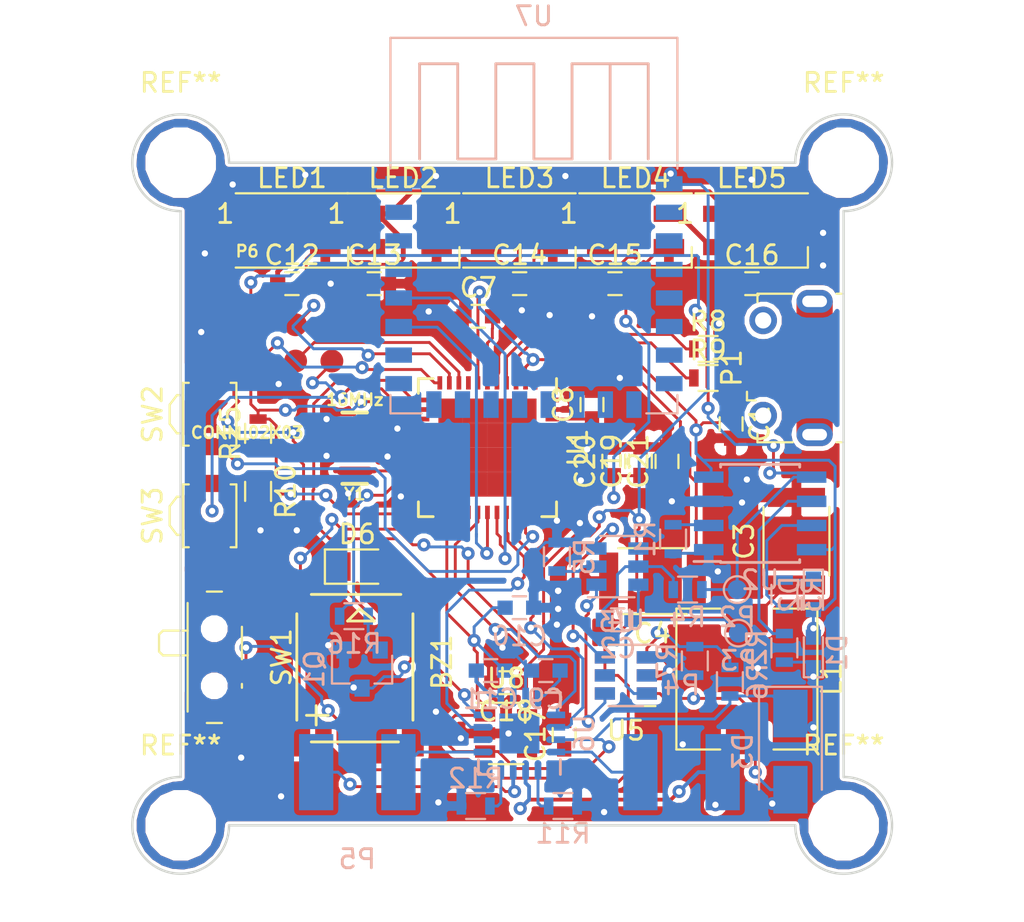
<source format=kicad_pcb>
(kicad_pcb (version 20171130) (host pcbnew 5.0.2-bee76a0~70~ubuntu18.04.1)
  (layers (0 F.Cu signal) (31 B.Cu signal) (34 B.Paste user) (35 F.Paste user) (36 B.SilkS user) (37 F.SilkS user) (38 B.Mask user) (39 F.Mask user) (44 Edge.Cuts user))
  (net 0 "")
  (net 1 "Net-(BZ1-Pad2)")
  (net 2 3.3V)
  (net 3 Vusb)
  (net 4 GND)
  (net 5 "Net-(C2-Pad2)")
  (net 6 "Net-(C2-Pad1)")
  (net 7 "Net-(C3-Pad1)")
  (net 8 5V)
  (net 9 "Net-(C7-Pad2)")
  (net 10 AREF)
  (net 11 "Net-(C9-Pad2)")
  (net 12 VCP)
  (net 13 "Net-(C17-Pad1)")
  (net 14 "Net-(D1-Pad1)")
  (net 15 "Net-(D2-Pad1)")
  (net 16 "Net-(D3-Pad2)")
  (net 17 "Net-(LED1-Pad2)")
  (net 18 "Net-(LED1-Pad4)")
  (net 19 "Net-(LED2-Pad4)")
  (net 20 "Net-(LED3-Pad4)")
  (net 21 "Net-(LED4-Pad4)")
  (net 22 NEO)
  (net 23 D-)
  (net 24 D+)
  (net 25 "Net-(P2-Pad1)")
  (net 26 "Net-(P4-Pad2)")
  (net 27 "Net-(P4-Pad1)")
  (net 28 "Net-(P5-Pad1)")
  (net 29 "Net-(P5-Pad2)")
  (net 30 MISO)
  (net 31 SCK)
  (net 32 MOSI)
  (net 33 RST)
  (net 34 "Net-(Q1-Pad2)")
  (net 35 "Net-(R1-Pad1)")
  (net 36 "Net-(R2-Pad1)")
  (net 37 "Net-(R3-Pad1)")
  (net 38 "Net-(R5-Pad1)")
  (net 39 "Net-(R6-Pad2)")
  (net 40 "Net-(R8-Pad1)")
  (net 41 "Net-(R9-Pad1)")
  (net 42 "Net-(R11-Pad1)")
  (net 43 "Net-(R12-Pad1)")
  (net 44 B1)
  (net 45 BUZZ)
  (net 46 "Net-(SW1-Pad1)")
  (net 47 "Net-(U1-Pad1)")
  (net 48 MOTOR_B_2)
  (net 49 "Net-(U1-Pad19)")
  (net 50 "Net-(U1-Pad20)")
  (net 51 "Net-(U1-Pad21)")
  (net 52 "Net-(U1-Pad25)")
  (net 53 "Net-(U1-Pad26)")
  (net 54 MOTOR_A_2)
  (net 55 TXD)
  (net 56 RXD)
  (net 57 MOTOR_B_1)
  (net 58 MOTOR_A_1)
  (net 59 "Net-(U1-Pad36)")
  (net 60 "Net-(U1-Pad37)")
  (net 61 "Net-(U1-Pad38)")
  (net 62 "Net-(U1-Pad39)")
  (net 63 "Net-(U1-Pad40)")
  (net 64 "Net-(U1-Pad41)")
  (net 65 "Net-(U3-Pad1)")
  (net 66 "Net-(U3-Pad3)")
  (net 67 "Net-(U3-Pad4)")
  (net 68 "Net-(U4-Pad2)")
  (net 69 "Net-(U4-Pad5)")
  (net 70 "Net-(U5-Pad6)")
  (net 71 "Net-(U6-Pad6)")
  (net 72 "Net-(U7-Pad9)")
  (net 73 "Net-(U7-Pad23)")
  (net 74 "Net-(U7-Pad2)")
  (net 75 "Net-(U7-Pad3)")
  (net 76 "Net-(U7-Pad22)")
  (net 77 "Net-(U7-Pad21)")
  (net 78 "Net-(U7-Pad6)")
  (net 79 "Net-(U7-Pad7)")
  (net 80 "Net-(U7-Pad18)")
  (net 81 "Net-(U7-Pad17)")
  (net 82 "Net-(U7-Pad8)")
  (net 83 "Net-(U7-Pad10)")
  (net 84 "Net-(U7-Pad11)")
  (net 85 "Net-(U7-Pad12)")
  (net 86 "Net-(U7-Pad13)")
  (net 87 "Net-(U7-Pad14)")
  (net 88 "Net-(U7-Pad15)")
  (net 89 "Net-(U7-Pad16)")
  (net 90 "Net-(U1-Pad16)")
  (net 91 "Net-(U1-Pad17)")
  (net 92 "Net-(U1-Pad8)")
  (net 93 "Net-(U1-Pad22)")
  (module Mounting_Holes:MountingHole_3.2mm_M3 (layer F.Cu) (at 156.21 152.4)
    (fp_text reference REF** (at 0 -4.2) (layer F.SilkS))
    (fp_text value MountingHole_3.2mm_M3)
    (pad 1 np_thru_hole circle (at 0 0) (size 3.2 3.2) (drill 3.2) (layers *.Cu *.Mask))
  )
  (module Mounting_Holes:MountingHole_3.2mm_M3 (layer F.Cu) (at 121.412 152.4)
    (fp_text reference REF** (at 0 -4.2) (layer F.SilkS))
    (fp_text value MountingHole_3.2mm_M3)
    (pad 1 np_thru_hole circle (at 0 0) (size 3.2 3.2) (drill 3.2) (layers *.Cu *.Mask))
  )
  (module Mounting_Holes:MountingHole_3.2mm_M3 (layer F.Cu) (at 121.412 117.602)
    (fp_text reference REF** (at 0 -4.2) (layer F.SilkS))
    (fp_text value MountingHole_3.2mm_M3)
    (pad 1 np_thru_hole circle (at 0 0) (size 3.2 3.2) (drill 3.2) (layers *.Cu *.Mask))
  )
  (module Inductors_SMD:L_7.3x7.3_H4.5 (layer F.Cu) (at 151.13 144.7165 270)
    (fp_text reference L1 (at 0 -4.45 270) (layer F.SilkS))
    (fp_text value 22nH)
    (pad 1 smd rect (at -3.2 0 270) (size 1.5 2.2) (layers F.Cu F.Paste F.Mask) (net 7 "Net-(C3-Pad1)"))
    (pad 2 smd rect (at 3.2 0 270) (size 1.5 2.2) (layers F.Cu F.Paste F.Mask) (net 16 "Net-(D3-Pad2)"))
  )
  (module Capacitors_SMD:C_0603 (layer F.Cu) (at 143.002 130.302 90)
    (fp_text reference C8 (at 0 -1.5 90) (layer F.SilkS))
    (fp_text value 100n)
    (pad 1 smd rect (at -0.75 0 90) (size 0.8 0.75) (layers F.Cu F.Paste F.Mask) (net 10 AREF))
    (pad 2 smd rect (at 0.75 0 90) (size 0.8 0.75) (layers F.Cu F.Paste F.Mask) (net 4 GND))
  )
  (module Connectors:2X3_SMT_POSTS (layer F.Cu) (at 127.4445 127)
    (fp_text reference P6 (at -2.54 -4.7498) (layer F.SilkS) (effects (font (size 0.6096 0.6096) (thickness 0.127))))
    (fp_text value CONN_02X03 (at -2.54 4.7752) (layer F.SilkS) (effects (font (size 0.6096 0.6096) (thickness 0.127))))
    (pad 1 smd circle (at -1.905 1.016 90) (size 1.2 1.2) (layers F.Cu F.Paste F.Mask) (net 30 MISO))
    (pad 2 smd circle (at -1.905 -0.889 90) (size 1.2 1.2) (layers F.Cu F.Paste F.Mask) (net 8 5V))
    (pad 3 smd circle (at 0 1.016 90) (size 1.2 1.2) (layers F.Cu F.Paste F.Mask) (net 31 SCK))
    (pad 4 smd circle (at 0 -0.889 90) (size 1.2 1.2) (layers F.Cu F.Paste F.Mask) (net 32 MOSI))
    (pad 5 smd circle (at 1.905 1.016 90) (size 1.2 1.2) (layers F.Cu F.Paste F.Mask) (net 33 RST))
    (pad 6 smd circle (at 1.905 -0.889 90) (size 1.2 1.2) (layers F.Cu F.Paste F.Mask) (net 4 GND))
  )
  (module Capacitors_SMD:C_0603 (layer F.Cu) (at 131.572 123.952)
    (fp_text reference C13 (at 0 -1.5) (layer F.SilkS))
    (fp_text value 100nF)
    (pad 1 smd rect (at -0.75 0) (size 0.8 0.75) (layers F.Cu F.Paste F.Mask) (net 8 5V))
    (pad 2 smd rect (at 0.75 0) (size 0.8 0.75) (layers F.Cu F.Paste F.Mask) (net 4 GND))
  )
  (module Housings_SOIC:HTSOP-8-1EP_3.9x4.9mm_Pitch1.27mm_ThermalVias (layer B.Cu) (at 151.8285 136.017)
    (fp_text reference U2 (at 0 3.5) (layer B.SilkS) (effects (justify mirror)))
    (fp_text value TP4056)
    (pad 1 smd rect (at -2.7 1.905) (size 1.55 0.6) (layers B.Cu B.Paste B.Mask) (net 4 GND))
    (pad 2 smd rect (at -2.7 0.635) (size 1.55 0.6) (layers B.Cu B.Paste B.Mask) (net 35 "Net-(R1-Pad1)"))
    (pad 3 smd rect (at -2.7 -0.635) (size 1.55 0.6) (layers B.Cu B.Paste B.Mask) (net 4 GND))
    (pad 4 smd rect (at -2.7 -1.905) (size 1.55 0.6) (layers B.Cu B.Paste B.Mask) (net 3 Vusb))
    (pad 5 smd rect (at 2.7 -1.905) (size 1.55 0.6) (layers B.Cu B.Paste B.Mask) (net 25 "Net-(P2-Pad1)"))
    (pad 6 smd rect (at 2.7 -0.635) (size 1.55 0.6) (layers B.Cu B.Paste B.Mask) (net 36 "Net-(R2-Pad1)"))
    (pad 7 smd rect (at 2.7 0.635) (size 1.55 0.6) (layers B.Cu B.Paste B.Mask) (net 37 "Net-(R3-Pad1)"))
    (pad 8 smd rect (at 2.7 1.905) (size 1.55 0.6) (layers B.Cu B.Paste B.Mask) (net 3 Vusb))
  )
  (module Capacitors_SMD:C_0603 (layer F.Cu) (at 150.3045 131.318 270)
    (fp_text reference C1 (at 0 -1.5 270) (layer F.SilkS))
    (fp_text value 10uF)
    (pad 1 smd rect (at -0.75 0 270) (size 0.8 0.75) (layers F.Cu F.Paste F.Mask) (net 3 Vusb))
    (pad 2 smd rect (at 0.75 0 270) (size 0.8 0.75) (layers F.Cu F.Paste F.Mask) (net 4 GND))
  )
  (module Capacitors_SMD:C_0603 (layer B.Cu) (at 144.3475 141.605)
    (fp_text reference C2 (at 0 1.5) (layer B.SilkS) (effects (justify mirror)))
    (fp_text value 0.1uF)
    (pad 2 smd rect (at 0.75 0) (size 0.8 0.75) (layers B.Cu B.Paste B.Mask) (net 5 "Net-(C2-Pad2)"))
    (pad 1 smd rect (at -0.75 0) (size 0.8 0.75) (layers B.Cu B.Paste B.Mask) (net 6 "Net-(C2-Pad1)"))
  )
  (module Capacitors_SMD:C_1812 (layer F.Cu) (at 153.7335 137.4775 90)
    (fp_text reference C3 (at 0 -2.75 90) (layer F.SilkS))
    (fp_text value 22uF)
    (pad 1 smd rect (at -2.3 0 90) (size 1 3) (layers F.Cu F.Paste F.Mask) (net 7 "Net-(C3-Pad1)"))
    (pad 2 smd rect (at 2.3 0 90) (size 1 3) (layers F.Cu F.Paste F.Mask) (net 4 GND))
  )
  (module Capacitors_SMD:C_1812 (layer F.Cu) (at 146.177 139.573 180)
    (fp_text reference C4 (at 0 -2.75 180) (layer F.SilkS))
    (fp_text value 22uF)
    (pad 2 smd rect (at 2.3 0 180) (size 1 3) (layers F.Cu F.Paste F.Mask) (net 4 GND))
    (pad 1 smd rect (at -2.3 0 180) (size 1 3) (layers F.Cu F.Paste F.Mask) (net 8 5V))
  )
  (module Capacitors_SMD:C_0603 (layer F.Cu) (at 137.033 125.6665)
    (fp_text reference C7 (at 0 -1.5) (layer F.SilkS))
    (fp_text value 1uF)
    (pad 2 smd rect (at 0.75 0) (size 0.8 0.75) (layers F.Cu F.Paste F.Mask) (net 9 "Net-(C7-Pad2)"))
    (pad 1 smd rect (at -0.75 0) (size 0.8 0.75) (layers F.Cu F.Paste F.Mask) (net 4 GND))
  )
  (module Capacitors_SMD:C_0603 (layer B.Cu) (at 140.577 144.272)
    (fp_text reference C9 (at 0 1.5) (layer B.SilkS) (effects (justify mirror)))
    (fp_text value 2.2uF)
    (pad 2 smd rect (at 0.75 0) (size 0.8 0.75) (layers B.Cu B.Paste B.Mask) (net 11 "Net-(C9-Pad2)"))
    (pad 1 smd rect (at -0.75 0) (size 0.8 0.75) (layers B.Cu B.Paste B.Mask) (net 4 GND))
  )
  (module Capacitors_SMD:C_0603 (layer B.Cu) (at 139.192 140.97)
    (fp_text reference C10 (at 0 1.5) (layer B.SilkS) (effects (justify mirror)))
    (fp_text value 10uF)
    (pad 1 smd rect (at -0.75 0) (size 0.8 0.75) (layers B.Cu B.Paste B.Mask) (net 8 5V))
    (pad 2 smd rect (at 0.75 0) (size 0.8 0.75) (layers B.Cu B.Paste B.Mask) (net 4 GND))
  )
  (module Capacitors_SMD:C_0603 (layer B.Cu) (at 137.68 144.272)
    (fp_text reference C11 (at 0 1.5) (layer B.SilkS) (effects (justify mirror)))
    (fp_text value 0.01uF)
    (pad 2 smd rect (at 0.75 0) (size 0.8 0.75) (layers B.Cu B.Paste B.Mask) (net 8 5V))
    (pad 1 smd rect (at -0.75 0) (size 0.8 0.75) (layers B.Cu B.Paste B.Mask) (net 12 VCP))
  )
  (module Capacitors_SMD:C_0603 (layer F.Cu) (at 127.254 123.952)
    (fp_text reference C12 (at 0 -1.5) (layer F.SilkS))
    (fp_text value 100nF)
    (pad 2 smd rect (at 0.75 0) (size 0.8 0.75) (layers F.Cu F.Paste F.Mask) (net 4 GND))
    (pad 1 smd rect (at -0.75 0) (size 0.8 0.75) (layers F.Cu F.Paste F.Mask) (net 8 5V))
  )
  (module Capacitors_SMD:C_0603 (layer F.Cu) (at 139.204 123.952)
    (fp_text reference C14 (at 0 -1.5) (layer F.SilkS))
    (fp_text value 100nF)
    (pad 2 smd rect (at 0.75 0) (size 0.8 0.75) (layers F.Cu F.Paste F.Mask) (net 4 GND))
    (pad 1 smd rect (at -0.75 0) (size 0.8 0.75) (layers F.Cu F.Paste F.Mask) (net 8 5V))
  )
  (module Capacitors_SMD:C_0603 (layer F.Cu) (at 144.2085 123.952)
    (fp_text reference C15 (at 0 -1.5) (layer F.SilkS))
    (fp_text value 100nF)
    (pad 1 smd rect (at -0.75 0) (size 0.8 0.75) (layers F.Cu F.Paste F.Mask) (net 8 5V))
    (pad 2 smd rect (at 0.75 0) (size 0.8 0.75) (layers F.Cu F.Paste F.Mask) (net 4 GND))
  )
  (module Capacitors_SMD:C_0603 (layer F.Cu) (at 151.396 123.952)
    (fp_text reference C16 (at 0 -1.5) (layer F.SilkS))
    (fp_text value 100nF)
    (pad 2 smd rect (at 0.75 0) (size 0.8 0.75) (layers F.Cu F.Paste F.Mask) (net 4 GND))
    (pad 1 smd rect (at -0.75 0) (size 0.8 0.75) (layers F.Cu F.Paste F.Mask) (net 8 5V))
  )
  (module Capacitors_SMD:C_0603 (layer F.Cu) (at 141.5415 147.6375 90)
    (fp_text reference C17 (at 0 -1.5 90) (layer F.SilkS))
    (fp_text value 470pF)
    (pad 1 smd rect (at -0.75 0 90) (size 0.8 0.75) (layers F.Cu F.Paste F.Mask) (net 13 "Net-(C17-Pad1)"))
    (pad 2 smd rect (at 0.75 0 90) (size 0.8 0.75) (layers F.Cu F.Paste F.Mask) (net 4 GND))
  )
  (module Capacitors_SMD:C_0603 (layer F.Cu) (at 138.4935 144.907 180)
    (fp_text reference C18 (at 0 -1.5 180) (layer F.SilkS))
    (fp_text value 2.2uF)
    (pad 2 smd rect (at 0.75 0 180) (size 0.8 0.75) (layers F.Cu F.Paste F.Mask) (net 4 GND))
    (pad 1 smd rect (at -0.75 0 180) (size 0.8 0.75) (layers F.Cu F.Paste F.Mask) (net 2 3.3V))
  )
  (module Capacitors_SMD:C_0603 (layer F.Cu) (at 145.542 133.2745 90)
    (fp_text reference C19 (at 0 -1.5 90) (layer F.SilkS))
    (fp_text value 0.1uF)
    (pad 1 smd rect (at -0.75 0 90) (size 0.8 0.75) (layers F.Cu F.Paste F.Mask) (net 8 5V))
    (pad 2 smd rect (at 0.75 0 90) (size 0.8 0.75) (layers F.Cu F.Paste F.Mask) (net 4 GND))
  )
  (module Capacitors_SMD:C_0603 (layer F.Cu) (at 144.145 133.2865 90)
    (fp_text reference C20 (at 0 -1.5 90) (layer F.SilkS))
    (fp_text value 0.1uF)
    (pad 2 smd rect (at 0.75 0 90) (size 0.8 0.75) (layers F.Cu F.Paste F.Mask) (net 4 GND))
    (pad 1 smd rect (at -0.75 0 90) (size 0.8 0.75) (layers F.Cu F.Paste F.Mask) (net 8 5V))
  )
  (module Capacitors_SMD:C_0603 (layer F.Cu) (at 146.939 133.2865 90)
    (fp_text reference C21 (at 0 -1.5 90) (layer F.SilkS))
    (fp_text value 10uF)
    (pad 1 smd rect (at -0.75 0 90) (size 0.8 0.75) (layers F.Cu F.Paste F.Mask) (net 8 5V))
    (pad 2 smd rect (at 0.75 0 90) (size 0.8 0.75) (layers F.Cu F.Paste F.Mask) (net 4 GND))
  )
  (module LEDs:LED_0603 (layer B.Cu) (at 154.6225 143.3195 90)
    (fp_text reference D1 (at 0 1.25 90) (layer B.SilkS) (effects (justify mirror)))
    (fp_text value GREEN)
    (pad 2 smd rect (at 0.8 0 270) (size 0.8 0.8) (layers B.Cu B.Paste B.Mask) (net 3 Vusb))
    (pad 1 smd rect (at -0.8 0 270) (size 0.8 0.8) (layers B.Cu B.Paste B.Mask) (net 14 "Net-(D1-Pad1)"))
  )
  (module LEDs:LED_0603 (layer B.Cu) (at 154.6225 140.2715 270)
    (fp_text reference D2 (at 0 1.25 270) (layer B.SilkS) (effects (justify mirror)))
    (fp_text value RED)
    (pad 1 smd rect (at -0.8 0 90) (size 0.8 0.8) (layers B.Cu B.Paste B.Mask) (net 15 "Net-(D2-Pad1)"))
    (pad 2 smd rect (at 0.8 0 90) (size 0.8 0.8) (layers B.Cu B.Paste B.Mask) (net 3 Vusb))
  )
  (module Diodes_SMD:D_SMA (layer B.Cu) (at 153.416 148.5265 270)
    (fp_text reference D3 (at 0 2.5 270) (layer B.SilkS) (effects (justify mirror)))
    (fp_text value SS34)
    (pad 1 smd rect (at -2 0 270) (size 2.5 1.8) (layers B.Cu B.Paste B.Mask) (net 8 5V))
    (pad 2 smd rect (at 2 0 270) (size 2.5 1.8) (layers B.Cu B.Paste B.Mask) (net 16 "Net-(D3-Pad2)"))
  )
  (module Diodes_SMD:D_MicroMELF (layer F.Cu) (at 130.683 138.811)
    (fp_text reference D6 (at 0 -1.7) (layer F.SilkS))
    (fp_text value 1N4148)
    (pad 1 smd rect (at -0.95 0) (size 1.2 1.5) (layers F.Cu F.Paste F.Mask) (net 2 3.3V))
    (pad 2 smd rect (at 0.95 0) (size 1.2 1.5) (layers F.Cu F.Paste F.Mask) (net 1 "Net-(BZ1-Pad2)"))
  )
  (module Connectors_USB:USB_Micro-B_Molex-105017-0001 (layer F.Cu) (at 154.336 128.381 90)
    (fp_text reference P1 (at 0 -4 90) (layer F.SilkS))
    (fp_text value USB_A)
    (pad 6 smd rect (at 1 0.35 90) (size 1.5 1.9) (layers F.Cu F.Paste F.Mask))
    (pad 6 thru_hole circle (at -2.5 -2.35 90) (size 1.45 1.45) (drill 0.85) (layers *.Cu *.Mask))
    (pad 2 smd rect (at -0.65 -2.35 90) (size 0.4 1.35) (layers F.Cu F.Paste F.Mask) (net 23 D-))
    (pad 1 smd rect (at -1.3 -2.35 90) (size 0.4 1.35) (layers F.Cu F.Paste F.Mask) (net 3 Vusb))
    (pad 5 smd rect (at 1.3 -2.35 90) (size 0.4 1.35) (layers F.Cu F.Paste F.Mask) (net 4 GND))
    (pad 4 smd rect (at 0.65 -2.35 90) (size 0.4 1.35) (layers F.Cu F.Paste F.Mask) (net 4 GND))
    (pad 3 smd rect (at 0 -2.35 90) (size 0.4 1.35) (layers F.Cu F.Paste F.Mask) (net 24 D+))
    (pad 6 thru_hole circle (at 2.5 -2.35 90) (size 1.45 1.45) (drill 0.85) (layers *.Cu *.Mask))
    (pad 6 smd rect (at -1 0.35 90) (size 1.5 1.9) (layers F.Cu F.Paste F.Mask))
    (pad 6 thru_hole oval (at -3.5 0.35 270) (size 1.2 1.9) (drill oval 0.6 1.3) (layers *.Cu *.Mask))
    (pad 6 thru_hole oval (at 3.5 0.35 90) (size 1.2 1.9) (drill oval 0.6 1.3) (layers *.Cu *.Mask))
    (pad 6 smd rect (at 2.9 0.35 90) (size 1.2 1.9) (layers F.Cu F.Mask))
    (pad 6 smd rect (at -2.9 0.35 90) (size 1.2 1.9) (layers F.Cu F.Mask))
  )
  (module Connectors_TestPoints:Test_Point_Pad_d1.0mm (layer B.Cu) (at 150.622 140.0175)
    (fp_text reference P2 (at 0 1.448) (layer B.SilkS) (effects (justify mirror)))
    (fp_text value BAT+)
    (pad 1 smd circle (at 0 0) (size 1 1) (layers B.Cu B.Mask) (net 25 "Net-(P2-Pad1)"))
  )
  (module Connectors_TestPoints:Test_Point_Pad_d1.0mm (layer B.Cu) (at 150.6855 142.3035)
    (fp_text reference P3 (at 0 1.448) (layer B.SilkS) (effects (justify mirror)))
    (fp_text value BAT-)
    (pad 1 smd circle (at 0 0) (size 1 1) (layers B.Cu B.Mask) (net 5 "Net-(C2-Pad2)"))
  )
  (module Resistors_SMD:R_0603 (layer B.Cu) (at 147.2565 137.3625 270)
    (fp_text reference R1 (at 0 1.45 270) (layer B.SilkS) (effects (justify mirror)))
    (fp_text value 4k)
    (pad 2 smd rect (at 0.75 0 270) (size 0.5 0.9) (layers B.Cu B.Paste B.Mask) (net 4 GND))
    (pad 1 smd rect (at -0.75 0 270) (size 0.5 0.9) (layers B.Cu B.Paste B.Mask) (net 35 "Net-(R1-Pad1)"))
  )
  (module Resistors_SMD:R_0603 (layer B.Cu) (at 153.0985 143.0775 270)
    (fp_text reference R2 (at 0 1.45 270) (layer B.SilkS) (effects (justify mirror)))
    (fp_text value 1K)
    (pad 2 smd rect (at 0.75 0 270) (size 0.5 0.9) (layers B.Cu B.Paste B.Mask) (net 14 "Net-(D1-Pad1)"))
    (pad 1 smd rect (at -0.75 0 270) (size 0.5 0.9) (layers B.Cu B.Paste B.Mask) (net 36 "Net-(R2-Pad1)"))
  )
  (module Resistors_SMD:R_0603 (layer B.Cu) (at 153.0985 140.2715 90)
    (fp_text reference R3 (at 0 1.45 90) (layer B.SilkS) (effects (justify mirror)))
    (fp_text value 1K)
    (pad 1 smd rect (at -0.75 0 90) (size 0.5 0.9) (layers B.Cu B.Paste B.Mask) (net 37 "Net-(R3-Pad1)"))
    (pad 2 smd rect (at 0.75 0 90) (size 0.5 0.9) (layers B.Cu B.Paste B.Mask) (net 15 "Net-(D2-Pad1)"))
  )
  (module Resistors_SMD:R_0603 (layer B.Cu) (at 148.0185 140.0175)
    (fp_text reference R4 (at 0 1.45) (layer B.SilkS) (effects (justify mirror)))
    (fp_text value 100R)
    (pad 1 smd rect (at -0.75 0) (size 0.5 0.9) (layers B.Cu B.Paste B.Mask) (net 6 "Net-(C2-Pad1)"))
    (pad 2 smd rect (at 0.75 0) (size 0.5 0.9) (layers B.Cu B.Paste B.Mask) (net 25 "Net-(P2-Pad1)"))
  )
  (module Resistors_SMD:R_0603 (layer B.Cu) (at 141.1605 138.291 90)
    (fp_text reference R5 (at 0 1.45 90) (layer B.SilkS) (effects (justify mirror)))
    (fp_text value 2K)
    (pad 2 smd rect (at 0.75 0 90) (size 0.5 0.9) (layers B.Cu B.Paste B.Mask) (net 4 GND))
    (pad 1 smd rect (at -0.75 0 90) (size 0.5 0.9) (layers B.Cu B.Paste B.Mask) (net 38 "Net-(R5-Pad1)"))
  )
  (module Resistors_SMD:R_0603 (layer B.Cu) (at 150.241 144.8555 90)
    (fp_text reference R6 (at 0 1.45 90) (layer B.SilkS) (effects (justify mirror)))
    (fp_text value 7.5K)
    (pad 2 smd rect (at 0.75 0 90) (size 0.5 0.9) (layers B.Cu B.Paste B.Mask) (net 39 "Net-(R6-Pad2)"))
    (pad 1 smd rect (at -0.75 0 90) (size 0.5 0.9) (layers B.Cu B.Paste B.Mask) (net 8 5V))
  )
  (module Resistors_SMD:R_0603 (layer B.Cu) (at 148.3995 143.764 270)
    (fp_text reference R7 (at 0 1.45 270) (layer B.SilkS) (effects (justify mirror)))
    (fp_text value 1K)
    (pad 1 smd rect (at -0.75 0 270) (size 0.5 0.9) (layers B.Cu B.Paste B.Mask) (net 39 "Net-(R6-Pad2)"))
    (pad 2 smd rect (at 0.75 0 270) (size 0.5 0.9) (layers B.Cu B.Paste B.Mask) (net 4 GND))
  )
  (module Resistors_SMD:R_0603 (layer F.Cu) (at 149.098 127.381)
    (fp_text reference R8 (at 0 -1.45) (layer F.SilkS))
    (fp_text value 22R)
    (pad 2 smd rect (at 0.75 0) (size 0.5 0.9) (layers F.Cu F.Paste F.Mask) (net 24 D+))
    (pad 1 smd rect (at -0.75 0) (size 0.5 0.9) (layers F.Cu F.Paste F.Mask) (net 40 "Net-(R8-Pad1)"))
  )
  (module Resistors_SMD:R_0603 (layer F.Cu) (at 149.098 128.905)
    (fp_text reference R9 (at 0 -1.45) (layer F.SilkS))
    (fp_text value 22R)
    (pad 1 smd rect (at -0.75 0) (size 0.5 0.9) (layers F.Cu F.Paste F.Mask) (net 41 "Net-(R9-Pad1)"))
    (pad 2 smd rect (at 0.75 0) (size 0.5 0.9) (layers F.Cu F.Paste F.Mask) (net 23 D-))
  )
  (module Resistors_SMD:R_0603 (layer F.Cu) (at 125.476 134.862 270)
    (fp_text reference R10 (at 0 -1.45 270) (layer F.SilkS))
    (fp_text value 10k)
    (pad 1 smd rect (at -0.75 0 270) (size 0.5 0.9) (layers F.Cu F.Paste F.Mask) (net 33 RST))
    (pad 2 smd rect (at 0.75 0 270) (size 0.5 0.9) (layers F.Cu F.Paste F.Mask) (net 8 5V))
  )
  (module Resistors_SMD:R_0603 (layer B.Cu) (at 141.478 151.384)
    (fp_text reference R11 (at 0 1.45) (layer B.SilkS) (effects (justify mirror)))
    (fp_text value 0.2R)
    (pad 1 smd rect (at -0.75 0) (size 0.5 0.9) (layers B.Cu B.Paste B.Mask) (net 42 "Net-(R11-Pad1)"))
    (pad 2 smd rect (at 0.75 0) (size 0.5 0.9) (layers B.Cu B.Paste B.Mask) (net 4 GND))
  )
  (module Resistors_SMD:R_0603 (layer B.Cu) (at 136.894 151.384 180)
    (fp_text reference R12 (at 0 1.45 180) (layer B.SilkS) (effects (justify mirror)))
    (fp_text value 0.2R)
    (pad 2 smd rect (at 0.75 0 180) (size 0.5 0.9) (layers B.Cu B.Paste B.Mask) (net 4 GND))
    (pad 1 smd rect (at -0.75 0 180) (size 0.5 0.9) (layers B.Cu B.Paste B.Mask) (net 43 "Net-(R12-Pad1)"))
  )
  (module Resistors_SMD:R_0603 (layer F.Cu) (at 125.476 131.814 90)
    (fp_text reference R15 (at 0 -1.45 90) (layer F.SilkS))
    (fp_text value 10k)
    (pad 2 smd rect (at 0.75 0 90) (size 0.5 0.9) (layers F.Cu F.Paste F.Mask) (net 8 5V))
    (pad 1 smd rect (at -0.75 0 90) (size 0.5 0.9) (layers F.Cu F.Paste F.Mask) (net 44 B1))
  )
  (module Resistors_SMD:R_0603 (layer B.Cu) (at 130.5045 141.4145)
    (fp_text reference R16 (at 0 1.45) (layer B.SilkS) (effects (justify mirror)))
    (fp_text value 100)
    (pad 1 smd rect (at -0.75 0) (size 0.5 0.9) (layers B.Cu B.Paste B.Mask) (net 45 BUZZ))
    (pad 2 smd rect (at 0.75 0) (size 0.5 0.9) (layers B.Cu B.Paste B.Mask) (net 34 "Net-(Q1-Pad2)"))
  )
  (module Buttons_Switches_SMD:SW_SPDT_PCM12 (layer F.Cu) (at 123.5075 143.5735 270)
    (fp_text reference SW1 (at 0 -3.2 270) (layer F.SilkS))
    (fp_text value SW_SPDT)
    (pad "" np_thru_hole circle (at -1.5 0.33 270) (size 0.9 0.9) (drill 0.9) (layers *.Cu *.Mask))
    (pad "" np_thru_hole circle (at 1.5 0.33 270) (size 0.9 0.9) (drill 0.9) (layers *.Cu *.Mask))
    (pad 1 smd rect (at -2.25 -1.43 270) (size 0.7 1.5) (layers F.Cu F.Paste F.Mask) (net 46 "Net-(SW1-Pad1)"))
    (pad 2 smd rect (at 0.75 -1.43 270) (size 0.7 1.5) (layers F.Cu F.Paste F.Mask) (net 7 "Net-(C3-Pad1)"))
    (pad 3 smd rect (at 2.25 -1.43 270) (size 0.7 1.5) (layers F.Cu F.Paste F.Mask) (net 25 "Net-(P2-Pad1)"))
    (pad "" smd rect (at -3.65 1.43 270) (size 1 0.8) (layers F.Cu F.Paste F.Mask))
    (pad "" smd rect (at 3.65 1.43 270) (size 1 0.8) (layers F.Cu F.Paste F.Mask))
    (pad "" smd rect (at 3.65 -0.78 270) (size 1 0.8) (layers F.Cu F.Paste F.Mask))
    (pad "" smd rect (at -3.65 -0.78 270) (size 1 0.8) (layers F.Cu F.Paste F.Mask))
  )
  (module Buttons_Switches_SMD:SW_SPST_B3U-3000P (layer F.Cu) (at 122.936 130.81 90)
    (fp_text reference SW2 (at 0 -3 90) (layer F.SilkS))
    (fp_text value SW_Push)
    (pad 1 smd rect (at -1.7 0 90) (size 0.9 1.7) (layers F.Cu F.Paste F.Mask) (net 44 B1))
    (pad 2 smd rect (at 1.7 0 90) (size 0.9 1.7) (layers F.Cu F.Paste F.Mask) (net 4 GND))
  )
  (module Buttons_Switches_SMD:SW_SPST_B3U-3000P (layer F.Cu) (at 122.936 136.144 90)
    (fp_text reference SW3 (at 0 -3 90) (layer F.SilkS))
    (fp_text value SW_Push)
    (pad 2 smd rect (at 1.7 0 90) (size 0.9 1.7) (layers F.Cu F.Paste F.Mask) (net 33 RST))
    (pad 1 smd rect (at -1.7 0 90) (size 0.9 1.7) (layers F.Cu F.Paste F.Mask) (net 4 GND))
  )
  (module Housings_DFN_QFN:QFN-44-1EP_7x7mm_Pitch0.5mm (layer F.Cu) (at 137.51475 132.56175 270)
    (fp_text reference U1 (at 0 -4.75 270) (layer F.SilkS))
    (fp_text value ATMEGA32U4-MU)
    (pad 1 smd rect (at -3.4 -2.5 270) (size 0.7 0.25) (layers F.Cu F.Paste F.Mask) (net 47 "Net-(U1-Pad1)"))
    (pad 2 smd rect (at -3.4 -2 270) (size 0.7 0.25) (layers F.Cu F.Paste F.Mask) (net 3 Vusb))
    (pad 3 smd rect (at -3.4 -1.5 270) (size 0.7 0.25) (layers F.Cu F.Paste F.Mask) (net 41 "Net-(R9-Pad1)"))
    (pad 4 smd rect (at -3.4 -1 270) (size 0.7 0.25) (layers F.Cu F.Paste F.Mask) (net 40 "Net-(R8-Pad1)"))
    (pad 5 smd rect (at -3.4 -0.5 270) (size 0.7 0.25) (layers F.Cu F.Paste F.Mask) (net 4 GND))
    (pad 6 smd rect (at -3.4 0 270) (size 0.7 0.25) (layers F.Cu F.Paste F.Mask) (net 9 "Net-(C7-Pad2)"))
    (pad 7 smd rect (at -3.4 0.5 270) (size 0.7 0.25) (layers F.Cu F.Paste F.Mask) (net 3 Vusb))
    (pad 8 smd rect (at -3.4 1 270) (size 0.7 0.25) (layers F.Cu F.Paste F.Mask) (net 92 "Net-(U1-Pad8)"))
    (pad 9 smd rect (at -3.4 1.5 270) (size 0.7 0.25) (layers F.Cu F.Paste F.Mask) (net 31 SCK))
    (pad 10 smd rect (at -3.4 2 270) (size 0.7 0.25) (layers F.Cu F.Paste F.Mask) (net 32 MOSI))
    (pad 11 smd rect (at -3.4 2.5 270) (size 0.7 0.25) (layers F.Cu F.Paste F.Mask) (net 30 MISO))
    (pad 12 smd rect (at -2.5 3.4) (size 0.7 0.25) (layers F.Cu F.Paste F.Mask) (net 48 MOTOR_B_2))
    (pad 13 smd rect (at -2 3.4) (size 0.7 0.25) (layers F.Cu F.Paste F.Mask) (net 33 RST))
    (pad 14 smd rect (at -1.5 3.4) (size 0.7 0.25) (layers F.Cu F.Paste F.Mask) (net 8 5V))
    (pad 15 smd rect (at -1 3.4) (size 0.7 0.25) (layers F.Cu F.Paste F.Mask) (net 4 GND))
    (pad 16 smd rect (at -0.5 3.4) (size 0.7 0.25) (layers F.Cu F.Paste F.Mask) (net 90 "Net-(U1-Pad16)"))
    (pad 17 smd rect (at 0 3.4) (size 0.7 0.25) (layers F.Cu F.Paste F.Mask) (net 91 "Net-(U1-Pad17)"))
    (pad 18 smd rect (at 0.5 3.4) (size 0.7 0.25) (layers F.Cu F.Paste F.Mask) (net 45 BUZZ))
    (pad 19 smd rect (at 1 3.4) (size 0.7 0.25) (layers F.Cu F.Paste F.Mask) (net 49 "Net-(U1-Pad19)"))
    (pad 20 smd rect (at 1.5 3.4) (size 0.7 0.25) (layers F.Cu F.Paste F.Mask) (net 50 "Net-(U1-Pad20)"))
    (pad 21 smd rect (at 2 3.4) (size 0.7 0.25) (layers F.Cu F.Paste F.Mask) (net 51 "Net-(U1-Pad21)"))
    (pad 22 smd rect (at 2.5 3.4) (size 0.7 0.25) (layers F.Cu F.Paste F.Mask) (net 93 "Net-(U1-Pad22)"))
    (pad 23 smd rect (at 3.4 2.5 270) (size 0.7 0.25) (layers F.Cu F.Paste F.Mask) (net 4 GND))
    (pad 24 smd rect (at 3.4 2 270) (size 0.7 0.25) (layers F.Cu F.Paste F.Mask) (net 8 5V))
    (pad 25 smd rect (at 3.4 1.5 270) (size 0.7 0.25) (layers F.Cu F.Paste F.Mask) (net 52 "Net-(U1-Pad25)"))
    (pad 26 smd rect (at 3.4 1 270) (size 0.7 0.25) (layers F.Cu F.Paste F.Mask) (net 53 "Net-(U1-Pad26)"))
    (pad 27 smd rect (at 3.4 0.5 270) (size 0.7 0.25) (layers F.Cu F.Paste F.Mask) (net 54 MOTOR_A_2))
    (pad 28 smd rect (at 3.4 0 270) (size 0.7 0.25) (layers F.Cu F.Paste F.Mask) (net 55 TXD))
    (pad 29 smd rect (at 3.4 -0.5 270) (size 0.7 0.25) (layers F.Cu F.Paste F.Mask) (net 56 RXD))
    (pad 30 smd rect (at 3.4 -1 270) (size 0.7 0.25) (layers F.Cu F.Paste F.Mask) (net 57 MOTOR_B_1))
    (pad 31 smd rect (at 3.4 -1.5 270) (size 0.7 0.25) (layers F.Cu F.Paste F.Mask) (net 58 MOTOR_A_1))
    (pad 32 smd rect (at 3.4 -2 270) (size 0.7 0.25) (layers F.Cu F.Paste F.Mask) (net 44 B1))
    (pad 33 smd rect (at 3.4 -2.5 270) (size 0.7 0.25) (layers F.Cu F.Paste F.Mask) (net 4 GND))
    (pad 34 smd rect (at 2.5 -3.4) (size 0.7 0.25) (layers F.Cu F.Paste F.Mask) (net 8 5V))
    (pad 35 smd rect (at 2 -3.4) (size 0.7 0.25) (layers F.Cu F.Paste F.Mask) (net 4 GND))
    (pad 36 smd rect (at 1.5 -3.4) (size 0.7 0.25) (layers F.Cu F.Paste F.Mask) (net 59 "Net-(U1-Pad36)"))
    (pad 37 smd rect (at 1 -3.4) (size 0.7 0.25) (layers F.Cu F.Paste F.Mask) (net 60 "Net-(U1-Pad37)"))
    (pad 38 smd rect (at 0.5 -3.4) (size 0.7 0.25) (layers F.Cu F.Paste F.Mask) (net 61 "Net-(U1-Pad38)"))
    (pad 39 smd rect (at 0 -3.4) (size 0.7 0.25) (layers F.Cu F.Paste F.Mask) (net 62 "Net-(U1-Pad39)"))
    (pad 40 smd rect (at -0.5 -3.4) (size 0.7 0.25) (layers F.Cu F.Paste F.Mask) (net 63 "Net-(U1-Pad40)"))
    (pad 41 smd rect (at -1 -3.4) (size 0.7 0.25) (layers F.Cu F.Paste F.Mask) (net 64 "Net-(U1-Pad41)"))
    (pad 42 smd rect (at -1.5 -3.4) (size 0.7 0.25) (layers F.Cu F.Paste F.Mask) (net 10 AREF))
    (pad 43 smd rect (at -2 -3.4) (size 0.7 0.25) (layers F.Cu F.Paste F.Mask) (net 4 GND))
    (pad 44 smd rect (at -2.5 -3.4) (size 0.7 0.25) (layers F.Cu F.Paste F.Mask) (net 8 5V))
    (pad 45 smd rect (at 1.93125 1.93125 270) (size 1.2875 1.2875) (layers F.Cu F.Paste F.Mask))
    (pad 45 smd rect (at 1.93125 0.64375 270) (size 1.2875 1.2875) (layers F.Cu F.Paste F.Mask))
    (pad 45 smd rect (at 1.93125 -0.64375 270) (size 1.2875 1.2875) (layers F.Cu F.Paste F.Mask))
    (pad 45 smd rect (at 1.93125 -1.93125 270) (size 1.2875 1.2875) (layers F.Cu F.Paste F.Mask))
    (pad 45 smd rect (at 0.64375 1.93125 270) (size 1.2875 1.2875) (layers F.Cu F.Paste F.Mask))
    (pad 45 smd rect (at 0.64375 0.64375 270) (size 1.2875 1.2875) (layers F.Cu F.Paste F.Mask))
    (pad 45 smd rect (at 0.64375 -0.64375 270) (size 1.2875 1.2875) (layers F.Cu F.Paste F.Mask))
    (pad 45 smd rect (at 0.64375 -1.93125 270) (size 1.2875 1.2875) (layers F.Cu F.Paste F.Mask))
    (pad 45 smd rect (at -0.64375 1.93125 270) (size 1.2875 1.2875) (layers F.Cu F.Paste F.Mask))
    (pad 45 smd rect (at -0.64375 0.64375 270) (size 1.2875 1.2875) (layers F.Cu F.Paste F.Mask))
    (pad 45 smd rect (at -0.64375 -0.64375 270) (size 1.2875 1.2875) (layers F.Cu F.Paste F.Mask))
    (pad 45 smd rect (at -0.64375 -1.93125 270) (size 1.2875 1.2875) (layers F.Cu F.Paste F.Mask))
    (pad 45 smd rect (at -1.93125 1.93125 270) (size 1.2875 1.2875) (layers F.Cu F.Paste F.Mask))
    (pad 45 smd rect (at -1.93125 0.64375 270) (size 1.2875 1.2875) (layers F.Cu F.Paste F.Mask))
    (pad 45 smd rect (at -1.93125 -0.64375 270) (size 1.2875 1.2875) (layers F.Cu F.Paste F.Mask))
    (pad 45 smd rect (at -1.93125 -1.93125 270) (size 1.2875 1.2875) (layers F.Cu F.Paste F.Mask))
  )
  (module TO_SOT_Packages_SMD:SOT-23-6 (layer B.Cu) (at 144.3355 138.811)
    (fp_text reference U3 (at 0 2.9) (layer B.SilkS) (effects (justify mirror)))
    (fp_text value FS312F-G)
    (pad 1 smd rect (at -1.1 0.95) (size 1.06 0.65) (layers B.Cu B.Paste B.Mask) (net 65 "Net-(U3-Pad1)"))
    (pad 2 smd rect (at -1.1 0) (size 1.06 0.65) (layers B.Cu B.Paste B.Mask) (net 38 "Net-(R5-Pad1)"))
    (pad 3 smd rect (at -1.1 -0.95) (size 1.06 0.65) (layers B.Cu B.Paste B.Mask) (net 66 "Net-(U3-Pad3)"))
    (pad 4 smd rect (at 1.1 -0.95) (size 1.06 0.65) (layers B.Cu B.Paste B.Mask) (net 67 "Net-(U3-Pad4)"))
    (pad 6 smd rect (at 1.1 0.95) (size 1.06 0.65) (layers B.Cu B.Paste B.Mask) (net 5 "Net-(C2-Pad2)"))
    (pad 5 smd rect (at 1.1 0) (size 1.06 0.65) (layers B.Cu B.Paste B.Mask) (net 6 "Net-(C2-Pad1)"))
  )
  (module TO_SOT_Packages_SMD:SOT-23-6 (layer B.Cu) (at 144.78 144.526 180)
    (fp_text reference U4 (at 0 2.9 180) (layer B.SilkS) (effects (justify mirror)))
    (fp_text value FS8205)
    (pad 1 smd rect (at -1.1 0.95 180) (size 1.06 0.65) (layers B.Cu B.Paste B.Mask) (net 4 GND))
    (pad 2 smd rect (at -1.1 0 180) (size 1.06 0.65) (layers B.Cu B.Paste B.Mask) (net 68 "Net-(U4-Pad2)"))
    (pad 3 smd rect (at -1.1 -0.95 180) (size 1.06 0.65) (layers B.Cu B.Paste B.Mask) (net 5 "Net-(C2-Pad2)"))
    (pad 4 smd rect (at 1.1 -0.95 180) (size 1.06 0.65) (layers B.Cu B.Paste B.Mask) (net 65 "Net-(U3-Pad1)"))
    (pad 6 smd rect (at 1.1 0.95 180) (size 1.06 0.65) (layers B.Cu B.Paste B.Mask) (net 66 "Net-(U3-Pad3)"))
    (pad 5 smd rect (at 1.1 0 180) (size 1.06 0.65) (layers B.Cu B.Paste B.Mask) (net 69 "Net-(U4-Pad5)"))
  )
  (module TO_SOT_Packages_SMD:SOT-23-6 (layer F.Cu) (at 144.78 144.526 180)
    (fp_text reference U5 (at 0 -2.9 180) (layer F.SilkS))
    (fp_text value MT3608)
    (pad 5 smd rect (at 1.1 0 180) (size 1.06 0.65) (layers F.Cu F.Paste F.Mask) (net 7 "Net-(C3-Pad1)"))
    (pad 6 smd rect (at 1.1 -0.95 180) (size 1.06 0.65) (layers F.Cu F.Paste F.Mask) (net 70 "Net-(U5-Pad6)"))
    (pad 4 smd rect (at 1.1 0.95 180) (size 1.06 0.65) (layers F.Cu F.Paste F.Mask) (net 7 "Net-(C3-Pad1)"))
    (pad 3 smd rect (at -1.1 0.95 180) (size 1.06 0.65) (layers F.Cu F.Paste F.Mask) (net 39 "Net-(R6-Pad2)"))
    (pad 2 smd rect (at -1.1 0 180) (size 1.06 0.65) (layers F.Cu F.Paste F.Mask) (net 4 GND))
    (pad 1 smd rect (at -1.1 -0.95 180) (size 1.06 0.65) (layers F.Cu F.Paste F.Mask) (net 16 "Net-(D3-Pad2)"))
  )
  (module Housings_DFN_QFN:WQFN-16-1EP_4x4mm_Pitch0.65mm (layer B.Cu) (at 139.192 147.574 90)
    (fp_text reference U6 (at 0 3.4 90) (layer B.SilkS) (effects (justify mirror)))
    (fp_text value DRV8833RTY)
    (pad 1 smd rect (at -1.9875 0.975 90) (size 0.825 0.35) (layers B.Cu B.Paste B.Mask) (net 42 "Net-(R11-Pad1)"))
    (pad 1 smd circle (at -1.575 0.975 90) (size 0.35 0.35) (layers B.Cu B.Paste B.Mask) (net 42 "Net-(R11-Pad1)"))
    (pad 2 smd rect (at -1.9875 0.325 90) (size 0.825 0.35) (layers B.Cu B.Paste B.Mask) (net 26 "Net-(P4-Pad2)"))
    (pad 2 smd circle (at -1.575 0.325 90) (size 0.35 0.35) (layers B.Cu B.Paste B.Mask) (net 26 "Net-(P4-Pad2)"))
    (pad 3 smd rect (at -1.9875 -0.325 90) (size 0.825 0.35) (layers B.Cu B.Paste B.Mask) (net 29 "Net-(P5-Pad2)"))
    (pad 3 smd circle (at -1.575 -0.325 90) (size 0.35 0.35) (layers B.Cu B.Paste B.Mask) (net 29 "Net-(P5-Pad2)"))
    (pad 4 smd rect (at -1.9875 -0.975 90) (size 0.825 0.35) (layers B.Cu B.Paste B.Mask) (net 43 "Net-(R12-Pad1)"))
    (pad 4 smd circle (at -1.575 -0.975 90) (size 0.35 0.35) (layers B.Cu B.Paste B.Mask) (net 43 "Net-(R12-Pad1)"))
    (pad 5 smd rect (at -0.975 -1.9875) (size 0.825 0.35) (layers B.Cu B.Paste B.Mask) (net 28 "Net-(P5-Pad1)"))
    (pad 5 smd circle (at -0.975 -1.575) (size 0.35 0.35) (layers B.Cu B.Paste B.Mask) (net 28 "Net-(P5-Pad1)"))
    (pad 6 smd rect (at -0.325 -1.9875) (size 0.825 0.35) (layers B.Cu B.Paste B.Mask) (net 71 "Net-(U6-Pad6)"))
    (pad 6 smd circle (at -0.325 -1.575) (size 0.35 0.35) (layers B.Cu B.Paste B.Mask) (net 71 "Net-(U6-Pad6)"))
    (pad 7 smd rect (at 0.325 -1.9875) (size 0.825 0.35) (layers B.Cu B.Paste B.Mask) (net 57 MOTOR_B_1))
    (pad 7 smd circle (at 0.325 -1.575) (size 0.35 0.35) (layers B.Cu B.Paste B.Mask) (net 57 MOTOR_B_1))
    (pad 8 smd rect (at 0.975 -1.9875) (size 0.825 0.35) (layers B.Cu B.Paste B.Mask) (net 48 MOTOR_B_2))
    (pad 8 smd circle (at 0.975 -1.575) (size 0.35 0.35) (layers B.Cu B.Paste B.Mask) (net 48 MOTOR_B_2))
    (pad 9 smd rect (at 1.9875 -0.975 90) (size 0.825 0.35) (layers B.Cu B.Paste B.Mask) (net 12 VCP))
    (pad 9 smd circle (at 1.575 -0.975 90) (size 0.35 0.35) (layers B.Cu B.Paste B.Mask) (net 12 VCP))
    (pad 10 smd rect (at 1.9875 -0.325 90) (size 0.825 0.35) (layers B.Cu B.Paste B.Mask) (net 8 5V))
    (pad 10 smd circle (at 1.575 -0.325 90) (size 0.35 0.35) (layers B.Cu B.Paste B.Mask) (net 8 5V))
    (pad 11 smd rect (at 1.9875 0.325 90) (size 0.825 0.35) (layers B.Cu B.Paste B.Mask) (net 4 GND))
    (pad 11 smd circle (at 1.575 0.325 90) (size 0.35 0.35) (layers B.Cu B.Paste B.Mask) (net 4 GND))
    (pad 12 smd rect (at 1.9875 0.975 90) (size 0.825 0.35) (layers B.Cu B.Paste B.Mask) (net 11 "Net-(C9-Pad2)"))
    (pad 12 smd circle (at 1.575 0.975 90) (size 0.35 0.35) (layers B.Cu B.Paste B.Mask) (net 11 "Net-(C9-Pad2)"))
    (pad 13 smd rect (at 0.975 1.9875) (size 0.825 0.35) (layers B.Cu B.Paste B.Mask) (net 54 MOTOR_A_2))
    (pad 13 smd circle (at 0.975 1.575) (size 0.35 0.35) (layers B.Cu B.Paste B.Mask) (net 54 MOTOR_A_2))
    (pad 14 smd rect (at 0.325 1.9875) (size 0.825 0.35) (layers B.Cu B.Paste B.Mask) (net 58 MOTOR_A_1))
    (pad 14 smd circle (at 0.325 1.575) (size 0.35 0.35) (layers B.Cu B.Paste B.Mask) (net 58 MOTOR_A_1))
    (pad 15 smd rect (at -0.325 1.9875) (size 0.825 0.35) (layers B.Cu B.Paste B.Mask) (net 8 5V))
    (pad 15 smd circle (at -0.325 1.575) (size 0.35 0.35) (layers B.Cu B.Paste B.Mask) (net 8 5V))
    (pad 16 smd rect (at -0.975 1.9875) (size 0.825 0.35) (layers B.Cu B.Paste B.Mask) (net 27 "Net-(P4-Pad1)"))
    (pad 16 smd circle (at -0.975 1.575) (size 0.35 0.35) (layers B.Cu B.Paste B.Mask) (net 27 "Net-(P4-Pad1)"))
    (pad 17 smd rect (at 0 0 90) (size 2.1 2.1) (layers B.Cu B.Paste B.Mask) (net 4 GND))
  )
  (module JDY-08:JDY-08 (layer B.Cu) (at 139.954 120.904 180)
    (fp_text reference U7 (at 0 11 180) (layer B.SilkS) (effects (justify mirror)))
    (fp_text value JDY-08)
    (pad 1 smd rect (at -7.1 2.2) (size 1.4 0.8) (layers B.Cu B.Paste B.Mask) (net 2 3.3V))
    (pad 9 smd rect (at -5.25 -9.4) (size 0.8 1.4) (layers B.Cu B.Paste B.Mask) (net 72 "Net-(U7-Pad9)"))
    (pad 24 smd rect (at 7.1 2.2) (size 1.4 0.8) (layers B.Cu B.Paste B.Mask) (net 4 GND))
    (pad 23 smd rect (at 7.1 0.7) (size 1.4 0.8) (layers B.Cu B.Paste B.Mask) (net 73 "Net-(U7-Pad23)"))
    (pad 2 smd rect (at -7.1 0.7) (size 1.4 0.8) (layers B.Cu B.Paste B.Mask) (net 74 "Net-(U7-Pad2)"))
    (pad 3 smd rect (at -7.1 -0.8) (size 1.4 0.8) (layers B.Cu B.Paste B.Mask) (net 75 "Net-(U7-Pad3)"))
    (pad 22 smd rect (at 7.1 -0.8) (size 1.4 0.8) (layers B.Cu B.Paste B.Mask) (net 76 "Net-(U7-Pad22)"))
    (pad 21 smd rect (at 7.1 -2.3) (size 1.4 0.8) (layers B.Cu B.Paste B.Mask) (net 77 "Net-(U7-Pad21)"))
    (pad 4 smd rect (at -7.1 -2.3) (size 1.4 0.8) (layers B.Cu B.Paste B.Mask))
    (pad 5 smd rect (at -7.1 -3.8) (size 1.4 0.8) (layers B.Cu B.Paste B.Mask))
    (pad 20 smd rect (at 7.1 -3.8) (size 1.4 0.8) (layers B.Cu B.Paste B.Mask) (net 56 RXD))
    (pad 19 smd rect (at 7.1 -5.3) (size 1.4 0.8) (layers B.Cu B.Paste B.Mask) (net 55 TXD))
    (pad 6 smd rect (at -7.1 -5.3) (size 1.4 0.8) (layers B.Cu B.Paste B.Mask) (net 78 "Net-(U7-Pad6)"))
    (pad 7 smd rect (at -7.1 -6.8) (size 1.4 0.8) (layers B.Cu B.Paste B.Mask) (net 79 "Net-(U7-Pad7)"))
    (pad 18 smd rect (at 7.1 -6.8) (size 1.4 0.8) (layers B.Cu B.Paste B.Mask) (net 80 "Net-(U7-Pad18)"))
    (pad 17 smd rect (at 7.1 -8.3) (size 1.4 0.8) (layers B.Cu B.Paste B.Mask) (net 81 "Net-(U7-Pad17)"))
    (pad 8 smd rect (at -7.1 -8.3) (size 1.4 0.8) (layers B.Cu B.Paste B.Mask) (net 82 "Net-(U7-Pad8)"))
    (pad 10 smd rect (at -3.75 -9.4) (size 0.8 1.4) (layers B.Cu B.Paste B.Mask) (net 83 "Net-(U7-Pad10)"))
    (pad 11 smd rect (at -2.25 -9.4) (size 0.8 1.4) (layers B.Cu B.Paste B.Mask) (net 84 "Net-(U7-Pad11)"))
    (pad 12 smd rect (at -0.75 -9.4) (size 0.8 1.4) (layers B.Cu B.Paste B.Mask) (net 85 "Net-(U7-Pad12)"))
    (pad 13 smd rect (at 0.75 -9.4) (size 0.8 1.4) (layers B.Cu B.Paste B.Mask) (net 86 "Net-(U7-Pad13)"))
    (pad 14 smd rect (at 2.25 -9.4) (size 0.8 1.4) (layers B.Cu B.Paste B.Mask) (net 87 "Net-(U7-Pad14)"))
    (pad 15 smd rect (at 3.75 -9.4) (size 0.8 1.4) (layers B.Cu B.Paste B.Mask) (net 88 "Net-(U7-Pad15)"))
    (pad 16 smd rect (at 5.25 -9.4) (size 0.8 1.4) (layers B.Cu B.Paste B.Mask) (net 89 "Net-(U7-Pad16)"))
  )
  (module TO_SOT_Packages_SMD:SOT-23-5 (layer F.Cu) (at 138.4935 147.574)
    (fp_text reference U8 (at 0 -2.9) (layer F.SilkS))
    (fp_text value MIC5219-3.3)
    (pad 1 smd rect (at -1.1 -0.95) (size 1.06 0.65) (layers F.Cu F.Paste F.Mask) (net 8 5V))
    (pad 2 smd rect (at -1.1 0) (size 1.06 0.65) (layers F.Cu F.Paste F.Mask) (net 4 GND))
    (pad 3 smd rect (at -1.1 0.95) (size 1.06 0.65) (layers F.Cu F.Paste F.Mask) (net 8 5V))
    (pad 4 smd rect (at 1.1 0.95) (size 1.06 0.65) (layers F.Cu F.Paste F.Mask) (net 13 "Net-(C17-Pad1)"))
    (pad 5 smd rect (at 1.1 -0.95) (size 1.06 0.65) (layers F.Cu F.Paste F.Mask) (net 2 3.3V))
  )
  (module frizzy_switches:Buzzer-7.5x7.5mm (layer F.Cu) (at 131.191 143.3195 90)
    (fp_text reference BZ1 (at -0.508 3.937 90) (layer F.SilkS))
    (fp_text value Buzzer)
    (pad 1 smd rect (at -4.572 -3.556 90) (size 1.78 1.15) (layers F.Cu F.Paste F.Mask) (net 2 3.3V))
    (pad 1 smd rect (at 3.018 -3.556 90) (size 1.78 1.15) (layers F.Cu F.Paste F.Mask) (net 2 3.3V))
    (pad 2 smd rect (at -4.572 2.404 90) (size 1.78 1.15) (layers F.Cu F.Paste F.Mask) (net 1 "Net-(BZ1-Pad2)"))
    (pad 2 smd rect (at 3.018 2.404 90) (size 1.78 1.15) (layers F.Cu F.Paste F.Mask) (net 1 "Net-(BZ1-Pad2)"))
  )
  (module LED:LED_SK6812MINI_PLCC4_3.5x3.5mm_P1.75mm (layer F.Cu) (at 127.254 121.158)
    (fp_text reference LED1 (at 0 -2.75) (layer F.SilkS))
    (fp_text value WS2812B)
    (fp_text user 1 (at -3.5 -0.875) (layer F.SilkS))
    (pad 3 smd rect (at 1.75 0.875) (size 1.6 0.85) (layers F.Cu F.Paste F.Mask) (net 4 GND))
    (pad 4 smd rect (at 1.75 -0.875) (size 1.6 0.85) (layers F.Cu F.Paste F.Mask) (net 18 "Net-(LED1-Pad4)"))
    (pad 2 smd rect (at -1.75 0.875) (size 1.6 0.85) (layers F.Cu F.Paste F.Mask) (net 17 "Net-(LED1-Pad2)"))
    (pad 1 smd rect (at -1.75 -0.875) (size 1.6 0.85) (layers F.Cu F.Paste F.Mask) (net 8 5V))
  )
  (module LED:LED_SK6812MINI_PLCC4_3.5x3.5mm_P1.75mm (layer F.Cu) (at 133.096 121.158)
    (fp_text reference LED2 (at 0 -2.75) (layer F.SilkS))
    (fp_text value WS2812B)
    (fp_text user 1 (at -3.5 -0.875) (layer F.SilkS))
    (pad 1 smd rect (at -1.75 -0.875) (size 1.6 0.85) (layers F.Cu F.Paste F.Mask) (net 8 5V))
    (pad 2 smd rect (at -1.75 0.875) (size 1.6 0.85) (layers F.Cu F.Paste F.Mask) (net 18 "Net-(LED1-Pad4)"))
    (pad 4 smd rect (at 1.75 -0.875) (size 1.6 0.85) (layers F.Cu F.Paste F.Mask) (net 19 "Net-(LED2-Pad4)"))
    (pad 3 smd rect (at 1.75 0.875) (size 1.6 0.85) (layers F.Cu F.Paste F.Mask) (net 4 GND))
  )
  (module LED:LED_SK6812MINI_PLCC4_3.5x3.5mm_P1.75mm (layer F.Cu) (at 139.192 121.158)
    (fp_text reference LED3 (at 0 -2.75) (layer F.SilkS))
    (fp_text value WS2812B)
    (fp_text user 1 (at -3.5 -0.875) (layer F.SilkS))
    (pad 3 smd rect (at 1.75 0.875) (size 1.6 0.85) (layers F.Cu F.Paste F.Mask) (net 4 GND))
    (pad 4 smd rect (at 1.75 -0.875) (size 1.6 0.85) (layers F.Cu F.Paste F.Mask) (net 20 "Net-(LED3-Pad4)"))
    (pad 2 smd rect (at -1.75 0.875) (size 1.6 0.85) (layers F.Cu F.Paste F.Mask) (net 19 "Net-(LED2-Pad4)"))
    (pad 1 smd rect (at -1.75 -0.875) (size 1.6 0.85) (layers F.Cu F.Paste F.Mask) (net 8 5V))
  )
  (module LED:LED_SK6812MINI_PLCC4_3.5x3.5mm_P1.75mm (layer F.Cu) (at 145.288 121.158)
    (fp_text reference LED4 (at 0 -2.75) (layer F.SilkS))
    (fp_text value WS2812B)
    (fp_text user 1 (at -3.5 -0.875) (layer F.SilkS))
    (pad 1 smd rect (at -1.75 -0.875) (size 1.6 0.85) (layers F.Cu F.Paste F.Mask) (net 8 5V))
    (pad 2 smd rect (at -1.75 0.875) (size 1.6 0.85) (layers F.Cu F.Paste F.Mask) (net 20 "Net-(LED3-Pad4)"))
    (pad 4 smd rect (at 1.75 -0.875) (size 1.6 0.85) (layers F.Cu F.Paste F.Mask) (net 21 "Net-(LED4-Pad4)"))
    (pad 3 smd rect (at 1.75 0.875) (size 1.6 0.85) (layers F.Cu F.Paste F.Mask) (net 4 GND))
  )
  (module LED:LED_SK6812MINI_PLCC4_3.5x3.5mm_P1.75mm (layer F.Cu) (at 151.384 121.158)
    (fp_text reference LED5 (at 0 -2.75) (layer F.SilkS))
    (fp_text value WS2812B)
    (fp_text user 1 (at -3.5 -0.875) (layer F.SilkS))
    (pad 3 smd rect (at 1.75 0.875) (size 1.6 0.85) (layers F.Cu F.Paste F.Mask) (net 4 GND))
    (pad 4 smd rect (at 1.75 -0.875) (size 1.6 0.85) (layers F.Cu F.Paste F.Mask) (net 22 NEO))
    (pad 2 smd rect (at -1.75 0.875) (size 1.6 0.85) (layers F.Cu F.Paste F.Mask) (net 21 "Net-(LED4-Pad4)"))
    (pad 1 smd rect (at -1.75 -0.875) (size 1.6 0.85) (layers F.Cu F.Paste F.Mask) (net 8 5V))
  )
  (module frizzy_switches:SMD_2pin_Solderpad (layer B.Cu) (at 147.701 145.542)
    (fp_text reference P4 (at 0 -0.5) (layer B.SilkS) (effects (justify mirror)))
    (fp_text value MOTOR_A)
    (pad 2 smd rect (at 2.159 4.064) (size 1.8 4) (layers B.Cu B.Paste B.Mask) (net 26 "Net-(P4-Pad2)"))
    (pad 1 smd rect (at -2.159 4.064) (size 1.8 4) (layers B.Cu B.Paste B.Mask) (net 27 "Net-(P4-Pad1)"))
  )
  (module frizzy_switches:SMD_2pin_Solderpad (layer B.Cu) (at 130.683 153.67 180)
    (fp_text reference P5 (at 0 -0.5 180) (layer B.SilkS) (effects (justify mirror)))
    (fp_text value MOTOR_B)
    (pad 1 smd rect (at -2.159 4.064 180) (size 1.8 4) (layers B.Cu B.Paste B.Mask) (net 28 "Net-(P5-Pad1)"))
    (pad 2 smd rect (at 2.159 4.064 180) (size 1.8 4) (layers B.Cu B.Paste B.Mask) (net 29 "Net-(P5-Pad2)"))
  )
  (module Clocks:RESONATOR-SMD-3.2X1.3 (layer F.Cu) (at 130.556 132.588 90)
    (fp_text reference Y1 (at -2.413 0 -180) (layer F.SilkS) (effects (font (size 0.6096 0.6096) (thickness 0.127))))
    (fp_text value 16MHz (at 2.54 0 -180) (layer F.SilkS) (effects (font (size 0.6096 0.6096) (thickness 0.127))))
    (fp_line (start -1.19888 0) (end -1.19888 -1.016) (layer F.Cu) (width 0.254))
    (fp_line (start -1.19888 1.016) (end -1.19888 0) (layer F.Cu) (width 0.254))
    (fp_line (start 1.19888 0) (end 1.19888 -1.016) (layer F.Cu) (width 0.254))
    (fp_line (start 1.19888 0) (end 1.19888 1.016) (layer F.Cu) (width 0.254))
    (fp_line (start 0 0) (end 0 -1.016) (layer F.Cu) (width 0.254))
    (fp_line (start 0 0) (end 0 1.016) (layer F.Cu) (width 0.254))
    (pad 1 smd oval (at -1.19888 0 90) (size 0.44958 1.905) (layers F.Cu F.Paste F.Mask) (net 91 "Net-(U1-Pad17)"))
    (pad 2 smd oval (at 0 0 90) (size 0.44958 1.905) (layers F.Cu F.Paste F.Mask) (net 4 GND))
    (pad 3 smd oval (at 1.19888 0 90) (size 0.44958 1.905) (layers F.Cu F.Paste F.Mask) (net 90 "Net-(U1-Pad16)"))
  )
  (module TO_SOT_Packages_SMD:SOT-23 (layer B.Cu) (at 130.9345 144.1925 270)
    (fp_text reference Q1 (at 0 2.5 270) (layer B.SilkS) (effects (justify mirror)))
    (fp_text value S8050)
    (pad 1 smd rect (at -1 0.95 270) (size 0.9 0.8) (layers B.Cu B.Paste B.Mask) (net 4 GND))
    (pad 2 smd rect (at -1 -0.95 270) (size 0.9 0.8) (layers B.Cu B.Paste B.Mask) (net 34 "Net-(Q1-Pad2)"))
    (pad 3 smd rect (at 1 0 270) (size 0.9 0.8) (layers B.Cu B.Paste B.Mask) (net 1 "Net-(BZ1-Pad2)"))
  )
  (module Mounting_Holes:MountingHole_3.2mm_M3 (layer F.Cu) (at 156.21 117.602)
    (fp_text reference REF** (at 0 -4.2) (layer F.SilkS))
    (fp_text value MountingHole_3.2mm_M3)
    (pad 1 np_thru_hole circle (at 0 0) (size 3.2 3.2) (drill 3.2) (layers *.Cu *.Mask))
  )
  (gr_arc (start 156.21 152.4) (end 153.67 152.4) (angle -270) (layer Edge.Cuts) (width 0.127))
  (gr_arc (start 121.412 152.4) (end 121.412 149.86) (angle -270) (layer Edge.Cuts) (width 0.127))
  (gr_arc (start 121.412 117.602) (end 123.952 117.602) (angle -270) (layer Edge.Cuts) (width 0.127))
  (gr_arc (start 156.21 117.602) (end 156.21 120.142) (angle -90) (layer Edge.Cuts) (width 0.127))
  (gr_arc (start 156.21 117.602) (end 158.75 117.602) (angle -180) (layer Edge.Cuts) (width 0.127))
  (gr_line (start 153.67 152.4) (end 123.952 152.4) (layer Edge.Cuts) (width 0.127))
  (gr_line (start 123.952 117.602) (end 153.67 117.602) (layer Edge.Cuts) (width 0.127))
  (gr_line (start 121.412 120.142) (end 121.412 149.86) (layer Edge.Cuts) (width 0.127))
  (gr_line (start 156.21 149.86) (end 156.21 120.142) (layer Edge.Cuts) (width 0.127))
  (via (at 149.479 151.3205) (size 0.6858) (drill 0.3302) (layers F.Cu B.Cu) (net 26))
  (segment (start 131.4869 145.1925) (end 132.0899 144.5895) (width 0.1524) (layer B.Cu) (net 1))
  (segment (start 130.9345 145.1925) (end 131.4869 145.1925) (width 0.1524) (layer B.Cu) (net 1))
  (segment (start 132.0899 144.5895) (end 132.9055 144.5895) (width 0.1524) (layer B.Cu) (net 1))
  (segment (start 132.9055 144.5895) (end 133.0325 144.4625) (width 0.1524) (layer B.Cu) (net 1))
  (segment (start 133.858 140.5645) (end 133.595 140.3015) (width 0.1524) (layer F.Cu) (net 1))
  (segment (start 133.858 147.6285) (end 133.595 147.8915) (width 0.1524) (layer F.Cu) (net 1))
  (segment (start 133.858 142.9385) (end 133.858 147.6285) (width 0.1524) (layer F.Cu) (net 1))
  (segment (start 133.595 140.3015) (end 133.595 139.9865) (width 0.1524) (layer F.Cu) (net 1))
  (segment (start 132.9735 140.3015) (end 133.595 140.3015) (width 0.1524) (layer F.Cu) (net 1))
  (segment (start 131.633 138.961) (end 132.9735 140.3015) (width 0.1524) (layer F.Cu) (net 1))
  (segment (start 131.633 138.811) (end 131.633 138.961) (width 0.1524) (layer F.Cu) (net 1))
  (via (at 133.1595 144.0815) (size 0.6858) (drill 0.3302) (layers F.Cu B.Cu) (net 1))
  (segment (start 133.0325 144.4625) (end 133.0325 144.2085) (width 0.1524) (layer B.Cu) (net 1))
  (segment (start 133.0325 144.2085) (end 133.1595 144.0815) (width 0.1524) (layer B.Cu) (net 1))
  (segment (start 133.502399 143.738601) (end 133.502399 143.294101) (width 0.1524) (layer F.Cu) (net 1))
  (segment (start 133.502399 143.294101) (end 133.858 142.9385) (width 0.1524) (layer F.Cu) (net 1))
  (segment (start 133.1595 144.0815) (end 133.502399 143.738601) (width 0.1524) (layer F.Cu) (net 1))
  (segment (start 133.858 142.9385) (end 133.858 140.5645) (width 0.1524) (layer F.Cu) (net 1))
  (segment (start 128.8105 138.811) (end 129.733 138.811) (width 0.1524) (layer F.Cu) (net 2))
  (segment (start 127.635 139.9865) (end 128.8105 138.811) (width 0.1524) (layer F.Cu) (net 2))
  (segment (start 127.635 140.3015) (end 127.635 139.9865) (width 0.1524) (layer F.Cu) (net 2))
  (segment (start 139.5935 145.257) (end 139.2435 144.907) (width 0.1524) (layer F.Cu) (net 2))
  (segment (start 139.5935 146.624) (end 139.5935 145.257) (width 0.1524) (layer F.Cu) (net 2))
  (segment (start 147.354 118.704) (end 147.395 118.745) (width 0.1524) (layer B.Cu) (net 2))
  (segment (start 147.054 118.704) (end 147.354 118.704) (width 0.1524) (layer B.Cu) (net 2))
  (segment (start 147.395 118.745) (end 148.717 118.745) (width 0.1524) (layer B.Cu) (net 2))
  (segment (start 148.717 118.745) (end 149.098 119.126) (width 0.1524) (layer B.Cu) (net 2))
  (segment (start 149.098 119.126) (end 149.098 129.54) (width 0.1524) (layer B.Cu) (net 2))
  (segment (start 149.098 129.54) (end 145.4785 133.1595) (width 0.1524) (layer B.Cu) (net 2))
  (segment (start 145.4785 133.1595) (end 145.4785 134.5565) (width 0.1524) (layer B.Cu) (net 2))
  (via (at 145.4785 136.3345) (size 0.6858) (drill 0.3302) (layers F.Cu B.Cu) (net 2))
  (segment (start 145.4785 136.4615) (end 145.4785 136.3345) (width 0.1524) (layer B.Cu) (net 2))
  (segment (start 145.4785 134.5565) (end 145.4785 136.3345) (width 0.1524) (layer B.Cu) (net 2))
  (segment (start 145.4785 136.819433) (end 145.3515 136.946433) (width 0.1524) (layer F.Cu) (net 2))
  (segment (start 145.4785 136.3345) (end 145.4785 136.819433) (width 0.1524) (layer F.Cu) (net 2))
  (segment (start 145.3515 136.946433) (end 145.3515 139.827) (width 0.1524) (layer F.Cu) (net 2))
  (via (at 143.383 136.2075) (size 0.6858) (drill 0.3302) (layers F.Cu B.Cu) (net 2))
  (segment (start 145.135601 135.991601) (end 145.4785 136.3345) (width 0.1524) (layer B.Cu) (net 2))
  (segment (start 143.725899 135.864601) (end 145.008601 135.864601) (width 0.1524) (layer B.Cu) (net 2))
  (segment (start 145.008601 135.864601) (end 145.135601 135.991601) (width 0.1524) (layer B.Cu) (net 2))
  (segment (start 143.383 136.2075) (end 143.725899 135.864601) (width 0.1524) (layer B.Cu) (net 2))
  (segment (start 140.462 138.811) (end 142.074899 137.198101) (width 0.1524) (layer F.Cu) (net 2))
  (segment (start 143.383 136.7155) (end 143.383 136.692433) (width 0.1524) (layer F.Cu) (net 2))
  (segment (start 139.2435 144.907) (end 139.2435 144.3796) (width 0.1524) (layer F.Cu) (net 2))
  (segment (start 140.462 141.699876) (end 140.462 138.811) (width 0.1524) (layer F.Cu) (net 2))
  (segment (start 142.900399 137.198101) (end 143.383 136.7155) (width 0.1524) (layer F.Cu) (net 2))
  (segment (start 142.074899 137.198101) (end 142.900399 137.198101) (width 0.1524) (layer F.Cu) (net 2))
  (segment (start 143.383 136.692433) (end 143.383 136.2075) (width 0.1524) (layer F.Cu) (net 2))
  (segment (start 140.462012 143.161088) (end 140.462012 141.699888) (width 0.1524) (layer F.Cu) (net 2))
  (segment (start 140.462012 141.699888) (end 140.462 141.699876) (width 0.1524) (layer F.Cu) (net 2))
  (segment (start 127.635 140.3015) (end 127.635 147.8915) (width 0.1524) (layer F.Cu) (net 2))
  (segment (start 129.733 139.7134) (end 131.572 141.5524) (width 0.1524) (layer F.Cu) (net 2))
  (segment (start 129.733 138.811) (end 129.733 139.7134) (width 0.1524) (layer F.Cu) (net 2))
  (segment (start 140.081 143.5421) (end 140.462012 143.161088) (width 0.1524) (layer F.Cu) (net 2))
  (segment (start 139.2435 144.3796) (end 140.081 143.5421) (width 0.1524) (layer F.Cu) (net 2))
  (via (at 136.4996 138.12011) (size 0.6858) (drill 0.3302) (layers F.Cu B.Cu) (net 2))
  (segment (start 136.156701 137.777211) (end 135.046711 137.777211) (width 0.1524) (layer B.Cu) (net 2))
  (segment (start 136.4996 138.12011) (end 136.156701 137.777211) (width 0.1524) (layer B.Cu) (net 2))
  (segment (start 135.046711 137.777211) (end 134.284711 137.777211) (width 0.1524) (layer B.Cu) (net 2))
  (via (at 134.1755 137.668) (size 0.6858) (drill 0.3302) (layers F.Cu B.Cu) (net 2))
  (segment (start 134.284711 137.777211) (end 134.1755 137.668) (width 0.1524) (layer B.Cu) (net 2))
  (segment (start 133.595612 137.668) (end 132.770112 136.8425) (width 0.1524) (layer F.Cu) (net 2))
  (segment (start 134.1755 137.668) (end 133.595612 137.668) (width 0.1524) (layer F.Cu) (net 2))
  (segment (start 129.9845 136.8425) (end 129.8575 136.8425) (width 0.1524) (layer F.Cu) (net 2))
  (segment (start 132.770112 136.8425) (end 129.9845 136.8425) (width 0.1524) (layer F.Cu) (net 2))
  (via (at 129.3495 136.3345) (size 0.6858) (drill 0.3302) (layers F.Cu B.Cu) (net 2))
  (segment (start 129.8575 136.8425) (end 129.3495 136.3345) (width 0.1524) (layer F.Cu) (net 2))
  (segment (start 129.3495 136.819433) (end 127.929433 138.2395) (width 0.1524) (layer B.Cu) (net 2))
  (segment (start 129.3495 136.3345) (end 129.3495 136.819433) (width 0.1524) (layer B.Cu) (net 2))
  (via (at 127.6985 138.3665) (size 0.6858) (drill 0.3302) (layers F.Cu B.Cu) (net 2))
  (segment (start 127.929433 138.2395) (end 127.8255 138.2395) (width 0.1524) (layer B.Cu) (net 2))
  (segment (start 127.8255 138.2395) (end 127.6985 138.3665) (width 0.1524) (layer B.Cu) (net 2))
  (segment (start 127.6985 140.238) (end 127.635 140.3015) (width 0.1524) (layer F.Cu) (net 2))
  (segment (start 127.6985 138.3665) (end 127.6985 140.238) (width 0.1524) (layer F.Cu) (net 2))
  (segment (start 136.4996 139.3825) (end 136.4996 138.12011) (width 0.1524) (layer F.Cu) (net 2))
  (segment (start 140.081 143.5421) (end 140.081 143.275814) (width 0.1524) (layer F.Cu) (net 2))
  (segment (start 136.4996 139.694414) (end 136.4996 139.3825) (width 0.1524) (layer F.Cu) (net 2))
  (segment (start 140.081 143.275814) (end 136.4996 139.694414) (width 0.1524) (layer F.Cu) (net 2))
  (segment (start 137.01475 124.47825) (end 137.0965 124.3965) (width 0.1524) (layer F.Cu) (net 3))
  (segment (start 137.01475 129.16175) (end 137.01475 124.47825) (width 0.1524) (layer F.Cu) (net 3))
  (via (at 137.0965 124.3965) (size 0.6858) (drill 0.3302) (layers F.Cu B.Cu) (net 3))
  (segment (start 137.0965 124.881433) (end 137.0965 124.3965) (width 0.1524) (layer B.Cu) (net 3))
  (segment (start 137.0965 125.222) (end 137.0965 124.881433) (width 0.1524) (layer B.Cu) (net 3))
  (via (at 139.904536 127.941136) (size 0.6858) (drill 0.3302) (layers F.Cu B.Cu) (net 3))
  (segment (start 139.51475 129.16175) (end 139.51475 128.330922) (width 0.1524) (layer F.Cu) (net 3))
  (segment (start 139.51475 128.330922) (end 139.561637 128.284035) (width 0.1524) (layer F.Cu) (net 3))
  (segment (start 139.561637 128.284035) (end 139.904536 127.941136) (width 0.1524) (layer F.Cu) (net 3))
  (segment (start 139.561637 127.598237) (end 139.904536 127.941136) (width 0.1524) (layer B.Cu) (net 3))
  (segment (start 149.2555 134.112) (end 149.2555 133.6596) (width 0.1524) (layer B.Cu) (net 3))
  (via (at 148.463 131.6355) (size 0.6858) (drill 0.3302) (layers F.Cu B.Cu) (net 3))
  (segment (start 148.463 132.8671) (end 148.463 131.6355) (width 0.1524) (layer B.Cu) (net 3))
  (segment (start 155.760701 133.547839) (end 155.435862 133.223) (width 0.1524) (layer B.Cu) (net 3))
  (segment (start 155.760701 137.744199) (end 155.760701 133.547839) (width 0.1524) (layer B.Cu) (net 3))
  (segment (start 154.6555 137.922) (end 155.5829 137.922) (width 0.1524) (layer B.Cu) (net 3))
  (segment (start 155.5829 137.922) (end 155.760701 137.744199) (width 0.1524) (layer B.Cu) (net 3))
  (segment (start 148.8189 133.223) (end 148.6535 133.0576) (width 0.1524) (layer B.Cu) (net 3))
  (segment (start 155.435862 133.223) (end 148.8189 133.223) (width 0.1524) (layer B.Cu) (net 3))
  (segment (start 149.2555 133.6596) (end 148.6535 133.0576) (width 0.1524) (layer B.Cu) (net 3))
  (segment (start 148.6535 133.0576) (end 148.463 132.8671) (width 0.1524) (layer B.Cu) (net 3))
  (segment (start 139.472737 127.598237) (end 137.0965 125.222) (width 0.1524) (layer B.Cu) (net 3))
  (segment (start 139.561637 127.598237) (end 139.472737 127.598237) (width 0.1524) (layer B.Cu) (net 3))
  (segment (start 154.6225 141.0715) (end 154.6225 142.0495) (width 0.1524) (layer B.Cu) (net 3))
  (segment (start 155.1749 141.0715) (end 154.6225 141.0715) (width 0.1524) (layer B.Cu) (net 3))
  (segment (start 155.760701 140.485699) (end 155.1749 141.0715) (width 0.1524) (layer B.Cu) (net 3))
  (segment (start 155.760701 137.744199) (end 155.760701 140.485699) (width 0.1524) (layer B.Cu) (net 3))
  (segment (start 151.1586 129.681) (end 151.986 129.681) (width 0.1524) (layer F.Cu) (net 3))
  (segment (start 150.3045 130.0156) (end 150.6391 129.681) (width 0.1524) (layer F.Cu) (net 3))
  (segment (start 150.6391 129.681) (end 151.1586 129.681) (width 0.1524) (layer F.Cu) (net 3))
  (segment (start 150.3045 130.568) (end 150.3045 130.0156) (width 0.1524) (layer F.Cu) (net 3))
  (segment (start 148.844 131.2545) (end 148.463 131.6355) (width 0.1524) (layer F.Cu) (net 3))
  (segment (start 149.643 131.2545) (end 148.844 131.2545) (width 0.1524) (layer F.Cu) (net 3))
  (segment (start 150.3045 130.568) (end 150.3045 130.593) (width 0.1524) (layer F.Cu) (net 3))
  (segment (start 150.3045 130.593) (end 149.643 131.2545) (width 0.1524) (layer F.Cu) (net 3))
  (segment (start 145.239522 127.927089) (end 142.19726 127.927089) (width 0.1524) (layer F.Cu) (net 3))
  (segment (start 140.389469 127.941136) (end 139.904536 127.941136) (width 0.1524) (layer F.Cu) (net 3))
  (segment (start 142.183213 127.941136) (end 140.389469 127.941136) (width 0.1524) (layer F.Cu) (net 3))
  (segment (start 148.463 131.150567) (end 145.239522 127.927089) (width 0.1524) (layer F.Cu) (net 3))
  (segment (start 148.463 131.6355) (end 148.463 131.150567) (width 0.1524) (layer F.Cu) (net 3))
  (segment (start 142.19726 127.927089) (end 142.183213 127.941136) (width 0.1524) (layer F.Cu) (net 3))
  (segment (start 154.6225 142.0495) (end 154.6225 142.5195) (width 0.1524) (layer B.Cu) (net 3))
  (via (at 154.6225 142.0495) (size 0.6858) (drill 0.3302) (layers F.Cu B.Cu) (net 3))
  (segment (start 151.986 127.081) (end 151.986 127.731) (width 0.254) (layer F.Cu) (net 4))
  (segment (start 128.016 123.964) (end 128.004 123.952) (width 0.1524) (layer F.Cu) (net 4))
  (segment (start 128.629 122.033) (end 129.004 122.033) (width 0.1524) (layer F.Cu) (net 4))
  (segment (start 128.004 122.658) (end 128.629 122.033) (width 0.1524) (layer F.Cu) (net 4))
  (segment (start 128.004 123.952) (end 128.004 122.658) (width 0.1524) (layer F.Cu) (net 4))
  (segment (start 133.5044 123.952) (end 132.322 123.952) (width 0.1524) (layer F.Cu) (net 4))
  (segment (start 134.846 122.6104) (end 133.5044 123.952) (width 0.1524) (layer F.Cu) (net 4))
  (segment (start 134.846 122.033) (end 134.846 122.6104) (width 0.1524) (layer F.Cu) (net 4))
  (segment (start 145.554 132.5365) (end 145.542 132.5245) (width 0.1524) (layer F.Cu) (net 4))
  (segment (start 146.939 132.5365) (end 145.554 132.5365) (width 0.1524) (layer F.Cu) (net 4))
  (segment (start 145.53 132.5365) (end 145.542 132.5245) (width 0.1524) (layer F.Cu) (net 4))
  (segment (start 144.145 132.5365) (end 145.53 132.5365) (width 0.1524) (layer F.Cu) (net 4))
  (segment (start 140.567 122.033) (end 140.942 122.033) (width 0.1524) (layer F.Cu) (net 4))
  (segment (start 139.954 122.646) (end 140.567 122.033) (width 0.1524) (layer F.Cu) (net 4))
  (segment (start 139.954 123.952) (end 139.954 122.646) (width 0.1524) (layer F.Cu) (net 4))
  (segment (start 152.759 122.033) (end 153.134 122.033) (width 0.1524) (layer F.Cu) (net 4))
  (segment (start 152.146 122.646) (end 152.759 122.033) (width 0.1524) (layer F.Cu) (net 4))
  (segment (start 152.146 123.952) (end 152.146 122.646) (width 0.1524) (layer F.Cu) (net 4))
  (segment (start 139.192 146.4764) (end 139.192 147.3835) (width 0.1524) (layer B.Cu) (net 4))
  (segment (start 139.517 146.1514) (end 139.192 146.4764) (width 0.1524) (layer B.Cu) (net 4))
  (segment (start 139.517 145.5865) (end 139.517 146.1514) (width 0.1524) (layer B.Cu) (net 4))
  (segment (start 139.517 144.582) (end 139.827 144.272) (width 0.1524) (layer B.Cu) (net 4))
  (segment (start 139.517 145.5865) (end 139.517 144.582) (width 0.1524) (layer B.Cu) (net 4))
  (segment (start 151.511 127.081) (end 150.241 125.811) (width 0.1524) (layer F.Cu) (net 4))
  (segment (start 151.986 127.081) (end 151.511 127.081) (width 0.1524) (layer F.Cu) (net 4))
  (segment (start 150.241 125.811) (end 150.241 125.095) (width 0.1524) (layer F.Cu) (net 4))
  (segment (start 152.146 124.4794) (end 151.7844 124.841) (width 0.1524) (layer F.Cu) (net 4))
  (segment (start 152.146 123.952) (end 152.146 124.4794) (width 0.1524) (layer F.Cu) (net 4))
  (segment (start 150.495 124.841) (end 150.241 125.095) (width 0.1524) (layer F.Cu) (net 4))
  (segment (start 151.7844 124.841) (end 150.495 124.841) (width 0.1524) (layer F.Cu) (net 4))
  (via (at 129.286 123.952) (size 0.6858) (drill 0.3302) (layers F.Cu B.Cu) (net 4))
  (segment (start 129.286 123.952) (end 128.004 123.952) (width 0.1524) (layer F.Cu) (net 4))
  (segment (start 129.286 123.952) (end 129.921 124.587) (width 0.1524) (layer B.Cu) (net 4))
  (segment (start 129.921 124.587) (end 129.921 125.349) (width 0.1524) (layer B.Cu) (net 4))
  (segment (start 134.11475 131.56175) (end 132.78875 131.56175) (width 0.1524) (layer F.Cu) (net 4))
  (segment (start 132.78875 131.56175) (end 132.78875 131.56175) (width 0.1524) (layer F.Cu) (net 4))
  (via (at 132.78875 131.56175) (size 0.6858) (drill 0.3302) (layers F.Cu B.Cu) (net 4))
  (via (at 130.206461 134.969539) (size 0.6858) (drill 0.3302) (layers F.Cu B.Cu) (net 4))
  (via (at 132.2705 133.0325) (size 0.6858) (drill 0.3302) (layers F.Cu B.Cu) (net 4))
  (via (at 134.4295 125.4125) (size 0.6858) (drill 0.3302) (layers F.Cu B.Cu) (net 4))
  (segment (start 141.41715 134.56175) (end 141.4754 134.62) (width 0.1524) (layer F.Cu) (net 4))
  (segment (start 140.91475 134.56175) (end 141.41715 134.56175) (width 0.1524) (layer F.Cu) (net 4))
  (via (at 142.415096 134.287096) (size 0.6858) (drill 0.3302) (layers F.Cu B.Cu) (net 4))
  (segment (start 141.4754 134.62) (end 142.082192 134.62) (width 0.1524) (layer F.Cu) (net 4))
  (segment (start 142.082192 134.62) (end 142.415096 134.287096) (width 0.1524) (layer F.Cu) (net 4))
  (segment (start 140.91475 130.56175) (end 141.72625 130.56175) (width 0.1524) (layer F.Cu) (net 4))
  (segment (start 141.72625 130.56175) (end 142.4305 129.8575) (width 0.1524) (layer F.Cu) (net 4))
  (segment (start 142.4746 129.552) (end 143.002 129.552) (width 0.1524) (layer F.Cu) (net 4))
  (segment (start 142.4305 129.5961) (end 142.4746 129.552) (width 0.1524) (layer F.Cu) (net 4))
  (segment (start 142.4305 129.8575) (end 142.4305 129.5961) (width 0.1524) (layer F.Cu) (net 4))
  (via (at 139.319 125.349) (size 0.6858) (drill 0.3302) (layers F.Cu B.Cu) (net 4))
  (segment (start 138.01475 129.16175) (end 138.01475 127.35175) (width 0.1524) (layer F.Cu) (net 4))
  (segment (start 138.01475 127.35175) (end 138.618875 126.747625) (width 0.1524) (layer F.Cu) (net 4))
  (segment (start 149.065 138.1125) (end 149.2555 137.922) (width 0.1524) (layer B.Cu) (net 4))
  (segment (start 147.2565 138.1125) (end 149.065 138.1125) (width 0.1524) (layer B.Cu) (net 4))
  (segment (start 148.1995 144.514) (end 148.3995 144.514) (width 0.1524) (layer B.Cu) (net 4))
  (segment (start 147.7971 144.1116) (end 148.1995 144.514) (width 0.1524) (layer B.Cu) (net 4))
  (segment (start 147.7971 143.9116) (end 147.7971 144.1116) (width 0.1524) (layer B.Cu) (net 4))
  (segment (start 147.4615 143.576) (end 147.7971 143.9116) (width 0.1524) (layer B.Cu) (net 4))
  (segment (start 145.88 143.576) (end 147.4615 143.576) (width 0.1524) (layer B.Cu) (net 4))
  (via (at 147.066 144.272) (size 0.6858) (drill 0.3302) (layers F.Cu B.Cu) (net 4))
  (segment (start 149.1285 135.382) (end 147.193 135.382) (width 0.1524) (layer B.Cu) (net 4))
  (via (at 147.193 135.382) (size 0.6858) (drill 0.3302) (layers F.Cu B.Cu) (net 4))
  (via (at 150.876 135.4455) (size 0.6858) (drill 0.3302) (layers F.Cu B.Cu) (net 4))
  (via (at 149.606 139.065) (size 0.6858) (drill 0.3302) (layers F.Cu B.Cu) (net 4))
  (segment (start 141.1605 137.1386) (end 141.7741 136.525) (width 0.1524) (layer B.Cu) (net 4))
  (segment (start 141.1605 137.541) (end 141.1605 137.1386) (width 0.1524) (layer B.Cu) (net 4))
  (via (at 142.367 136.525) (size 0.6858) (drill 0.3302) (layers F.Cu B.Cu) (net 4))
  (segment (start 141.7741 136.525) (end 142.367 136.525) (width 0.1524) (layer B.Cu) (net 4))
  (via (at 141.224 140.081) (size 0.6858) (drill 0.3302) (layers F.Cu B.Cu) (net 4))
  (via (at 126.5555 129.2225) (size 0.6858) (drill 0.3302) (layers F.Cu B.Cu) (net 4))
  (via (at 147.7645 148.1455) (size 0.6858) (drill 0.3302) (layers F.Cu B.Cu) (net 4))
  (via (at 151.7015 144.145) (size 0.6858) (drill 0.3302) (layers F.Cu B.Cu) (net 4))
  (via (at 140.7795 125.603) (size 0.6858) (drill 0.3302) (layers F.Cu B.Cu) (net 4))
  (via (at 142.748 132.6515) (size 0.6858) (drill 0.3302) (layers F.Cu B.Cu) (net 4))
  (via (at 143.002 125.6665) (size 0.6858) (drill 0.3302) (layers F.Cu B.Cu) (net 4))
  (via (at 149.6695 126.0475) (size 0.6858) (drill 0.3302) (layers F.Cu B.Cu) (net 4))
  (via (at 151.13 134.239) (size 0.6858) (drill 0.3302) (layers F.Cu B.Cu) (net 4))
  (via (at 141.224 140.081) (size 0.6858) (drill 0.3302) (layers F.Cu B.Cu) (net 4))
  (via (at 141.224 140.081) (size 0.6858) (drill 0.3302) (layers F.Cu B.Cu) (net 4))
  (via (at 127.508 136.906) (size 0.6858) (drill 0.3302) (layers F.Cu B.Cu) (net 4))
  (via (at 124.587 148.844) (size 0.6858) (drill 0.3302) (layers F.Cu B.Cu) (net 4))
  (via (at 141.1605 136.398) (size 0.6858) (drill 0.3302) (layers F.Cu B.Cu) (net 4))
  (via (at 141.224 141.0335) (size 0.6858) (drill 0.3302) (layers F.Cu B.Cu) (net 4))
  (segment (start 140.5581 137.541) (end 140.081 138.0181) (width 0.1524) (layer B.Cu) (net 4))
  (segment (start 141.1605 137.541) (end 140.5581 137.541) (width 0.1524) (layer B.Cu) (net 4))
  (segment (start 140.081 138.0181) (end 140.081 138.303) (width 0.1524) (layer B.Cu) (net 4))
  (segment (start 143.877 140.573) (end 143.9565 140.6525) (width 0.1524) (layer F.Cu) (net 4))
  (segment (start 143.877 139.573) (end 143.877 140.573) (width 0.1524) (layer F.Cu) (net 4))
  (segment (start 143.9565 140.6525) (end 145.415 140.6525) (width 0.1524) (layer F.Cu) (net 4))
  (segment (start 137.3935 147.574) (end 136.144 147.574) (width 0.1524) (layer F.Cu) (net 4))
  (segment (start 136.0805 147.574) (end 136.017 147.6375) (width 0.1524) (layer F.Cu) (net 4))
  (segment (start 136.144 147.574) (end 136.0805 147.574) (width 0.1524) (layer F.Cu) (net 4))
  (via (at 136.1186 147.828) (size 0.6858) (drill 0.3302) (layers F.Cu B.Cu) (net 4))
  (segment (start 136.017 147.6375) (end 136.1186 147.7391) (width 0.1524) (layer F.Cu) (net 4))
  (segment (start 136.1186 147.7391) (end 136.1186 147.828) (width 0.1524) (layer F.Cu) (net 4))
  (segment (start 136.1186 147.828) (end 135.0391 146.7485) (width 0.1524) (layer B.Cu) (net 4))
  (via (at 134.8105 146.431) (size 0.6858) (drill 0.3302) (layers F.Cu B.Cu) (net 4))
  (segment (start 135.0391 146.7485) (end 135.0391 146.6596) (width 0.1524) (layer B.Cu) (net 4))
  (segment (start 135.0391 146.6596) (end 134.8105 146.431) (width 0.1524) (layer B.Cu) (net 4))
  (via (at 141.1605 141.858979) (size 0.6858) (drill 0.3302) (layers F.Cu B.Cu) (net 4))
  (segment (start 139.802 144.272) (end 139.5095 143.9795) (width 0.1524) (layer B.Cu) (net 4))
  (segment (start 139.827 144.272) (end 139.802 144.272) (width 0.1524) (layer B.Cu) (net 4))
  (segment (start 139.5095 143.9795) (end 139.5095 143.764) (width 0.1524) (layer B.Cu) (net 4))
  (segment (start 139.802 144.272) (end 139.192 143.662) (width 0.1524) (layer B.Cu) (net 4))
  (segment (start 139.192 143.662) (end 138.5955 143.0655) (width 0.1524) (layer B.Cu) (net 4))
  (via (at 138.303 143.0655) (size 0.6858) (drill 0.3302) (layers F.Cu B.Cu) (net 4))
  (segment (start 138.5955 143.0655) (end 138.303 143.0655) (width 0.1524) (layer B.Cu) (net 4))
  (segment (start 137.7435 143.625) (end 137.7435 144.907) (width 0.1524) (layer F.Cu) (net 4))
  (segment (start 138.303 143.0655) (end 137.7435 143.625) (width 0.1524) (layer F.Cu) (net 4))
  (via (at 129.07011 131.064) (size 0.6858) (drill 0.3302) (layers F.Cu B.Cu) (net 4))
  (via (at 129.07011 132.99439) (size 0.6858) (drill 0.3302) (layers F.Cu B.Cu) (net 4))
  (segment (start 129.07011 131.548933) (end 129.07011 131.064) (width 0.1524) (layer F.Cu) (net 4))
  (segment (start 129.07011 131.82982) (end 129.07011 131.548933) (width 0.1524) (layer F.Cu) (net 4))
  (segment (start 129.82829 132.588) (end 129.07011 131.82982) (width 0.1524) (layer F.Cu) (net 4))
  (segment (start 130.556 132.588) (end 129.82829 132.588) (width 0.1524) (layer F.Cu) (net 4))
  (via (at 125.603 136.906) (size 0.6858) (drill 0.3302) (layers F.Cu B.Cu) (net 4))
  (via (at 134.9375 151.1935) (size 0.6858) (drill 0.3302) (layers F.Cu B.Cu) (net 4))
  (via (at 143.637 151.7015) (size 0.6858) (drill 0.3302) (layers F.Cu B.Cu) (net 4))
  (segment (start 139.192 147.3835) (end 139.192 147.574) (width 0.1524) (layer B.Cu) (net 4))
  (via (at 138.6205 147.574) (size 0.6858) (drill 0.3302) (layers F.Cu B.Cu) (net 4))
  (via (at 132.969 135.128) (size 0.6858) (drill 0.3302) (layers F.Cu B.Cu) (net 4))
  (segment (start 145.796 122.9) (end 146.663 122.033) (width 0.1524) (layer F.Cu) (net 4))
  (segment (start 150.241 125.095) (end 149.098 123.952) (width 0.1524) (layer F.Cu) (net 4))
  (segment (start 146.663 122.033) (end 147.038 122.033) (width 0.1524) (layer F.Cu) (net 4))
  (segment (start 149.098 123.952) (end 145.796 123.952) (width 0.1524) (layer F.Cu) (net 4))
  (segment (start 145.796 123.6669) (end 145.796 122.9995) (width 0.1524) (layer F.Cu) (net 4))
  (segment (start 144.9585 123.952) (end 145.5109 123.952) (width 0.1524) (layer F.Cu) (net 4))
  (segment (start 145.5109 123.952) (end 145.796 123.6669) (width 0.1524) (layer F.Cu) (net 4))
  (segment (start 145.796 123.952) (end 145.796 122.9995) (width 0.1524) (layer F.Cu) (net 4))
  (segment (start 145.796 122.9995) (end 145.796 122.9) (width 0.1524) (layer F.Cu) (net 4))
  (segment (start 143.002 129.552) (end 143.91711 129.552) (width 0.1524) (layer F.Cu) (net 4))
  (via (at 144.4625 128.905) (size 0.6858) (drill 0.3302) (layers F.Cu B.Cu) (net 4))
  (segment (start 143.91711 129.552) (end 144.056101 129.413009) (width 0.1524) (layer F.Cu) (net 4))
  (segment (start 144.056101 129.413009) (end 144.399 129.07011) (width 0.1524) (layer F.Cu) (net 4))
  (via (at 155.1305 121.285) (size 0.6858) (drill 0.3302) (layers F.Cu B.Cu) (net 4))
  (via (at 155.1305 122.9995) (size 0.6858) (drill 0.3302) (layers F.Cu B.Cu) (net 4))
  (via (at 151.384 118.491) (size 0.6858) (drill 0.3302) (layers F.Cu B.Cu) (net 4))
  (via (at 134.8105 118.3005) (size 0.6858) (drill 0.3302) (layers F.Cu B.Cu) (net 4))
  (via (at 127.9525 118.237) (size 0.6858) (drill 0.3302) (layers F.Cu B.Cu) (net 4))
  (via (at 124.1425 118.745) (size 0.6858) (drill 0.3302) (layers F.Cu B.Cu) (net 4))
  (via (at 122.682 122.3645) (size 0.6858) (drill 0.3302) (layers F.Cu B.Cu) (net 4))
  (via (at 122.4915 126.492) (size 0.6858) (drill 0.3302) (layers F.Cu B.Cu) (net 4))
  (via (at 141.605 118.3005) (size 0.6858) (drill 0.3302) (layers F.Cu B.Cu) (net 4))
  (via (at 147.1295 118.1735) (size 0.6858) (drill 0.3302) (layers F.Cu B.Cu) (net 4))
  (via (at 129.159 142.9385) (size 0.6858) (drill 0.3302) (layers F.Cu B.Cu) (net 4))
  (via (at 130.4925 145.161) (size 0.6858) (drill 0.3302) (layers F.Cu B.Cu) (net 4))
  (via (at 126.6825 150.876) (size 0.6858) (drill 0.3302) (layers F.Cu B.Cu) (net 4))
  (via (at 154.6225 144.5895) (size 0.6858) (drill 0.3302) (layers F.Cu B.Cu) (net 4))
  (via (at 154.6225 147.2565) (size 0.6858) (drill 0.3302) (layers F.Cu B.Cu) (net 4))
  (via (at 152.4635 151.257) (size 0.6858) (drill 0.3302) (layers F.Cu B.Cu) (net 4))
  (segment (start 145.4355 141.267) (end 145.0975 141.605) (width 0.1524) (layer B.Cu) (net 5))
  (segment (start 145.4355 139.761) (end 145.4355 141.267) (width 0.1524) (layer B.Cu) (net 5))
  (segment (start 149.987 141.605) (end 150.6855 142.3035) (width 0.1524) (layer B.Cu) (net 5))
  (segment (start 145.0975 141.605) (end 149.987 141.605) (width 0.1524) (layer B.Cu) (net 5))
  (segment (start 145.0975 142.1324) (end 145.0975 141.605) (width 0.1524) (layer B.Cu) (net 5))
  (segment (start 144.78 145.0584) (end 144.78 142.4499) (width 0.1524) (layer B.Cu) (net 5))
  (segment (start 144.78 142.4499) (end 145.0975 142.1324) (width 0.1524) (layer B.Cu) (net 5))
  (segment (start 145.88 145.476) (end 145.1976 145.476) (width 0.1524) (layer B.Cu) (net 5))
  (segment (start 145.1976 145.476) (end 144.78 145.0584) (width 0.1524) (layer B.Cu) (net 5))
  (segment (start 146.1179 138.811) (end 145.4355 138.811) (width 0.1524) (layer B.Cu) (net 6))
  (segment (start 146.6644 138.811) (end 146.1179 138.811) (width 0.1524) (layer B.Cu) (net 6))
  (segment (start 147.2685 139.4151) (end 146.6644 138.811) (width 0.1524) (layer B.Cu) (net 6))
  (segment (start 147.2685 140.0175) (end 147.2685 139.4151) (width 0.1524) (layer B.Cu) (net 6))
  (segment (start 143.5975 141.0776) (end 144.3355 140.3396) (width 0.1524) (layer B.Cu) (net 6))
  (segment (start 143.5975 141.605) (end 143.5975 141.0776) (width 0.1524) (layer B.Cu) (net 6))
  (segment (start 144.7531 138.811) (end 145.4355 138.811) (width 0.1524) (layer B.Cu) (net 6))
  (segment (start 144.3355 139.2286) (end 144.7531 138.811) (width 0.1524) (layer B.Cu) (net 6))
  (segment (start 144.3355 140.3396) (end 144.3355 139.2286) (width 0.1524) (layer B.Cu) (net 6))
  (segment (start 143.68 143.576) (end 143.68 144.526) (width 0.1524) (layer F.Cu) (net 7))
  (segment (start 145.186 141.5165) (end 151.13 141.5165) (width 0.1524) (layer F.Cu) (net 7))
  (segment (start 143.68 143.576) (end 143.68 143.0225) (width 0.1524) (layer F.Cu) (net 7))
  (segment (start 143.68 143.0225) (end 145.186 141.5165) (width 0.1524) (layer F.Cu) (net 7))
  (segment (start 153.219 139.7775) (end 153.7335 139.7775) (width 0.1524) (layer F.Cu) (net 7))
  (segment (start 151.48 141.5165) (end 153.219 139.7775) (width 0.1524) (layer F.Cu) (net 7))
  (segment (start 151.13 141.5165) (end 151.48 141.5165) (width 0.1524) (layer F.Cu) (net 7))
  (segment (start 144.3624 144.526) (end 144.907 145.0706) (width 0.1524) (layer F.Cu) (net 7))
  (segment (start 143.68 144.526) (end 144.3624 144.526) (width 0.1524) (layer F.Cu) (net 7))
  (segment (start 144.907 145.0706) (end 144.907 149.606) (width 0.1524) (layer F.Cu) (net 7))
  (segment (start 144.907 149.606) (end 144.399 150.114) (width 0.1524) (layer F.Cu) (net 7))
  (segment (start 142.494 150.114) (end 142.4305 150.0505) (width 0.1524) (layer F.Cu) (net 7))
  (segment (start 144.399 150.114) (end 142.494 150.114) (width 0.1524) (layer F.Cu) (net 7))
  (segment (start 142.3035 149.9235) (end 137.414 149.9235) (width 0.1524) (layer F.Cu) (net 7))
  (segment (start 142.4305 150.0505) (end 142.3035 149.9235) (width 0.1524) (layer F.Cu) (net 7))
  (segment (start 137.414 149.9235) (end 136.9695 149.479) (width 0.1524) (layer F.Cu) (net 7))
  (segment (start 136.9695 149.479) (end 131.064 149.479) (width 0.1524) (layer F.Cu) (net 7))
  (segment (start 131.064 149.479) (end 129.667 148.082) (width 0.1524) (layer F.Cu) (net 7))
  (segment (start 129.667 148.082) (end 129.667 146.8755) (width 0.1524) (layer F.Cu) (net 7))
  (via (at 129.159 146.3675) (size 0.6858) (drill 0.3302) (layers F.Cu B.Cu) (net 7))
  (segment (start 129.667 146.8755) (end 129.159 146.3675) (width 0.1524) (layer F.Cu) (net 7))
  (segment (start 128.816101 146.024601) (end 128.816101 145.643601) (width 0.1524) (layer B.Cu) (net 7))
  (segment (start 129.159 146.3675) (end 128.816101 146.024601) (width 0.1524) (layer B.Cu) (net 7))
  (segment (start 128.816101 145.643601) (end 126.1745 143.002) (width 0.1524) (layer B.Cu) (net 7))
  (via (at 124.841 143.0655) (size 0.6858) (drill 0.3302) (layers F.Cu B.Cu) (net 7))
  (segment (start 126.1745 143.002) (end 124.9045 143.002) (width 0.1524) (layer B.Cu) (net 7))
  (segment (start 124.9045 143.002) (end 124.841 143.0655) (width 0.1524) (layer B.Cu) (net 7))
  (segment (start 124.841 144.227) (end 124.9375 144.3235) (width 0.1524) (layer F.Cu) (net 7))
  (segment (start 124.841 143.0655) (end 124.841 144.227) (width 0.1524) (layer F.Cu) (net 7))
  (segment (start 150.646 123.323) (end 151.384 122.585) (width 0.254) (layer F.Cu) (net 8))
  (segment (start 150.646 123.952) (end 150.646 123.323) (width 0.254) (layer F.Cu) (net 8))
  (segment (start 150.009 120.283) (end 149.634 120.283) (width 0.254) (layer F.Cu) (net 8))
  (segment (start 151.384 121.658) (end 150.009 120.283) (width 0.254) (layer F.Cu) (net 8))
  (segment (start 151.384 122.585) (end 151.384 121.658) (width 0.254) (layer F.Cu) (net 8))
  (segment (start 145.288 121.658) (end 143.913 120.283) (width 0.254) (layer F.Cu) (net 8))
  (segment (start 143.913 120.283) (end 143.538 120.283) (width 0.254) (layer F.Cu) (net 8))
  (segment (start 145.288 122.561) (end 145.288 121.658) (width 0.254) (layer F.Cu) (net 8))
  (segment (start 138.454 123.323) (end 139.192 122.585) (width 0.254) (layer F.Cu) (net 8))
  (segment (start 138.454 123.952) (end 138.454 123.323) (width 0.254) (layer F.Cu) (net 8))
  (segment (start 137.817 120.283) (end 137.442 120.283) (width 0.254) (layer F.Cu) (net 8))
  (segment (start 139.192 121.658) (end 137.817 120.283) (width 0.254) (layer F.Cu) (net 8))
  (segment (start 139.192 122.585) (end 139.192 121.658) (width 0.254) (layer F.Cu) (net 8))
  (segment (start 131.721 120.283) (end 131.346 120.283) (width 0.254) (layer F.Cu) (net 8))
  (segment (start 133.096 121.658) (end 131.721 120.283) (width 0.254) (layer F.Cu) (net 8))
  (segment (start 133.096 122.585) (end 133.096 121.658) (width 0.254) (layer F.Cu) (net 8))
  (segment (start 126.504 123.323) (end 127.254 122.573) (width 0.254) (layer F.Cu) (net 8))
  (segment (start 126.504 123.952) (end 126.504 123.323) (width 0.254) (layer F.Cu) (net 8))
  (segment (start 125.879 120.283) (end 125.504 120.283) (width 0.254) (layer F.Cu) (net 8))
  (segment (start 127.254 121.658) (end 125.879 120.283) (width 0.254) (layer F.Cu) (net 8))
  (segment (start 127.254 122.573) (end 127.254 121.658) (width 0.254) (layer F.Cu) (net 8))
  (segment (start 149.634 119.604) (end 149.156 119.126) (width 0.254) (layer F.Cu) (net 8))
  (segment (start 149.634 120.283) (end 149.634 119.604) (width 0.254) (layer F.Cu) (net 8))
  (segment (start 144.592 120.283) (end 143.538 120.283) (width 0.254) (layer F.Cu) (net 8))
  (segment (start 145.749 119.126) (end 144.592 120.283) (width 0.254) (layer F.Cu) (net 8))
  (segment (start 149.156 119.126) (end 145.749 119.126) (width 0.254) (layer F.Cu) (net 8))
  (segment (start 138.496 120.283) (end 137.442 120.283) (width 0.254) (layer F.Cu) (net 8))
  (segment (start 139.653 119.126) (end 138.496 120.283) (width 0.254) (layer F.Cu) (net 8))
  (segment (start 145.749 119.126) (end 139.653 119.126) (width 0.254) (layer F.Cu) (net 8))
  (segment (start 133.557 119.126) (end 132.4 120.283) (width 0.254) (layer F.Cu) (net 8))
  (segment (start 132.4 120.283) (end 131.346 120.283) (width 0.254) (layer F.Cu) (net 8))
  (segment (start 139.653 119.126) (end 133.557 119.126) (width 0.254) (layer F.Cu) (net 8))
  (segment (start 126.558 120.283) (end 125.504 120.283) (width 0.254) (layer F.Cu) (net 8))
  (segment (start 127.715 119.126) (end 126.558 120.283) (width 0.254) (layer F.Cu) (net 8))
  (segment (start 133.557 119.126) (end 127.715 119.126) (width 0.254) (layer F.Cu) (net 8))
  (segment (start 150.622 123.976) (end 150.646 123.952) (width 0.2) (layer F.Cu) (net 8))
  (segment (start 138.867 144.709) (end 138.867 145.5865) (width 0.2) (layer B.Cu) (net 8))
  (segment (start 138.43 144.272) (end 138.867 144.709) (width 0.2) (layer B.Cu) (net 8))
  (segment (start 133.096 122.585) (end 133.096 122.682) (width 0.1524) (layer F.Cu) (net 8))
  (segment (start 133.096 122.682) (end 132.842 122.936) (width 0.1524) (layer F.Cu) (net 8))
  (segment (start 130.847 123.952) (end 130.822 123.952) (width 0.1524) (layer F.Cu) (net 8))
  (segment (start 131.863 122.936) (end 130.847 123.952) (width 0.1524) (layer F.Cu) (net 8))
  (segment (start 132.842 122.936) (end 131.863 122.936) (width 0.1524) (layer F.Cu) (net 8))
  (segment (start 126.0784 131.064) (end 126.4285 131.4141) (width 0.1524) (layer F.Cu) (net 8))
  (segment (start 125.476 131.064) (end 126.0784 131.064) (width 0.1524) (layer F.Cu) (net 8))
  (segment (start 125.676 135.612) (end 125.476 135.612) (width 0.1524) (layer F.Cu) (net 8))
  (segment (start 126.4285 134.8595) (end 125.676 135.612) (width 0.1524) (layer F.Cu) (net 8))
  (segment (start 126.4285 131.4141) (end 126.4285 134.8595) (width 0.1524) (layer F.Cu) (net 8))
  (segment (start 133.747451 131.016951) (end 132.286951 131.016951) (width 0.1524) (layer F.Cu) (net 8))
  (segment (start 134.11475 131.06175) (end 133.79225 131.06175) (width 0.1524) (layer F.Cu) (net 8))
  (segment (start 133.79225 131.06175) (end 133.747451 131.016951) (width 0.1524) (layer F.Cu) (net 8))
  (via (at 130.8735 130.1496) (size 0.6858) (drill 0.3302) (layers F.Cu B.Cu) (net 8))
  (segment (start 132.286951 131.016951) (end 131.4196 130.1496) (width 0.1524) (layer F.Cu) (net 8))
  (segment (start 131.4196 130.1496) (end 130.8735 130.1496) (width 0.1524) (layer F.Cu) (net 8))
  (via (at 126.911093 130.5941) (size 0.6858) (drill 0.3302) (layers F.Cu B.Cu) (net 8))
  (segment (start 126.911093 130.594093) (end 126.911093 130.5941) (width 0.1524) (layer B.Cu) (net 8))
  (segment (start 125.5435 130.5941) (end 125.476 130.6616) (width 0.1524) (layer F.Cu) (net 8))
  (segment (start 126.911093 130.5941) (end 125.5435 130.5941) (width 0.1524) (layer F.Cu) (net 8))
  (segment (start 126.479 123.952) (end 126.504 123.952) (width 0.1524) (layer F.Cu) (net 8))
  (segment (start 125.5395 124.8915) (end 126.479 123.952) (width 0.1524) (layer F.Cu) (net 8))
  (segment (start 125.5395 126.111) (end 125.5395 124.8915) (width 0.1524) (layer F.Cu) (net 8))
  (segment (start 145.53 134.0365) (end 145.542 134.0245) (width 0.1524) (layer F.Cu) (net 8))
  (segment (start 144.145 134.0365) (end 145.53 134.0365) (width 0.1524) (layer F.Cu) (net 8))
  (segment (start 145.554 134.0365) (end 145.542 134.0245) (width 0.1524) (layer F.Cu) (net 8))
  (segment (start 146.939 134.0365) (end 145.554 134.0365) (width 0.1524) (layer F.Cu) (net 8))
  (segment (start 141.41715 135.06175) (end 140.91475 135.06175) (width 0.1524) (layer F.Cu) (net 8))
  (segment (start 142.59235 135.06175) (end 141.41715 135.06175) (width 0.1524) (layer F.Cu) (net 8))
  (segment (start 143.6176 134.0365) (end 142.59235 135.06175) (width 0.1524) (layer F.Cu) (net 8))
  (segment (start 144.145 134.0365) (end 143.6176 134.0365) (width 0.1524) (layer F.Cu) (net 8))
  (segment (start 125.476 130.6616) (end 125.476 131.064) (width 0.1524) (layer F.Cu) (net 8))
  (segment (start 148.477 134.38) (end 148.477 139.573) (width 0.1524) (layer F.Cu) (net 8))
  (segment (start 146.939 134.0365) (end 148.1335 134.0365) (width 0.1524) (layer F.Cu) (net 8))
  (segment (start 150.241 146.0079) (end 149.4369 146.812) (width 0.1524) (layer B.Cu) (net 8))
  (segment (start 150.241 145.6055) (end 150.241 146.0079) (width 0.1524) (layer B.Cu) (net 8))
  (segment (start 149.4369 146.812) (end 144.2085 146.812) (width 0.1524) (layer B.Cu) (net 8))
  (segment (start 144.2085 146.812) (end 143.1215 147.899) (width 0.1524) (layer B.Cu) (net 8))
  (segment (start 152.495 145.6055) (end 153.416 146.5265) (width 0.1524) (layer B.Cu) (net 8))
  (segment (start 150.241 145.6055) (end 152.495 145.6055) (width 0.1524) (layer B.Cu) (net 8))
  (segment (start 143.1215 147.899) (end 142.875 147.899) (width 0.1524) (layer B.Cu) (net 8))
  (segment (start 142.875 147.899) (end 141.1795 147.899) (width 0.1524) (layer B.Cu) (net 8))
  (via (at 143.891 148.272488) (size 0.6858) (drill 0.3302) (layers F.Cu B.Cu) (net 8))
  (segment (start 143.517512 147.899) (end 143.548101 147.929589) (width 0.1524) (layer B.Cu) (net 8))
  (segment (start 143.548101 147.929589) (end 143.891 148.272488) (width 0.1524) (layer B.Cu) (net 8))
  (segment (start 142.875 147.899) (end 143.517512 147.899) (width 0.1524) (layer B.Cu) (net 8))
  (segment (start 148.336 134.239) (end 148.477 134.38) (width 0.1524) (layer F.Cu) (net 8))
  (segment (start 148.1335 134.0365) (end 148.336 134.239) (width 0.1524) (layer F.Cu) (net 8))
  (via (at 144.78 125.9205) (size 0.6858) (drill 0.3302) (layers F.Cu B.Cu) (net 8))
  (segment (start 144.145 133.057362) (end 144.145 134.706567) (width 0.1524) (layer B.Cu) (net 8))
  (via (at 144.145 135.1915) (size 0.6858) (drill 0.3302) (layers F.Cu B.Cu) (net 8))
  (segment (start 144.145 134.706567) (end 144.145 135.1915) (width 0.1524) (layer B.Cu) (net 8))
  (segment (start 145.9865 127.127) (end 145.9865 131.215862) (width 0.1524) (layer B.Cu) (net 8))
  (segment (start 144.78 125.9205) (end 145.9865 127.127) (width 0.1524) (layer B.Cu) (net 8))
  (segment (start 144.145 134.0365) (end 144.145 135.1915) (width 0.1524) (layer F.Cu) (net 8))
  (segment (start 145.9865 131.215862) (end 144.145 133.057362) (width 0.1524) (layer B.Cu) (net 8))
  (segment (start 135.51475 135.96175) (end 135.51475 136.9695) (width 0.1524) (layer F.Cu) (net 8))
  (via (at 127.1905 135.001) (size 0.6858) (drill 0.3302) (layers F.Cu B.Cu) (net 8))
  (segment (start 126.564067 134.8595) (end 126.4285 134.8595) (width 0.1524) (layer F.Cu) (net 8))
  (segment (start 126.705567 135.001) (end 126.564067 134.8595) (width 0.1524) (layer F.Cu) (net 8))
  (segment (start 127.1905 135.001) (end 126.705567 135.001) (width 0.1524) (layer F.Cu) (net 8))
  (segment (start 135.824 146.624) (end 137.3935 146.624) (width 0.1524) (layer F.Cu) (net 8))
  (segment (start 135.4455 148.1455) (end 135.4455 147.0025) (width 0.1524) (layer F.Cu) (net 8))
  (segment (start 135.4455 147.0025) (end 135.824 146.624) (width 0.1524) (layer F.Cu) (net 8))
  (segment (start 137.3935 148.524) (end 135.824 148.524) (width 0.1524) (layer F.Cu) (net 8))
  (segment (start 135.824 148.524) (end 135.4455 148.1455) (width 0.1524) (layer F.Cu) (net 8))
  (segment (start 142.747988 149.4155) (end 143.548101 148.615387) (width 0.1524) (layer F.Cu) (net 8))
  (segment (start 143.548101 148.615387) (end 143.891 148.272488) (width 0.1524) (layer F.Cu) (net 8))
  (segment (start 137.3935 148.524) (end 138.0759 148.524) (width 0.1524) (layer F.Cu) (net 8))
  (segment (start 138.9674 149.4155) (end 142.747988 149.4155) (width 0.1524) (layer F.Cu) (net 8))
  (segment (start 138.0759 148.524) (end 138.9674 149.4155) (width 0.1524) (layer F.Cu) (net 8))
  (segment (start 129.596393 130.594093) (end 129.393199 130.390899) (width 0.1524) (layer B.Cu) (net 8))
  (segment (start 130.8735 130.1496) (end 130.429007 130.594093) (width 0.1524) (layer B.Cu) (net 8))
  (segment (start 127.396026 130.5941) (end 126.911093 130.5941) (width 0.1524) (layer B.Cu) (net 8))
  (segment (start 127.599227 130.390899) (end 127.396026 130.5941) (width 0.1524) (layer B.Cu) (net 8))
  (segment (start 129.393199 130.390899) (end 127.599227 130.390899) (width 0.1524) (layer B.Cu) (net 8))
  (segment (start 130.429007 130.594093) (end 129.596393 130.594093) (width 0.1524) (layer B.Cu) (net 8))
  (segment (start 125.095 130.2806) (end 125.476 130.6616) (width 0.1524) (layer F.Cu) (net 8))
  (segment (start 125.093003 128.946201) (end 125.095 128.946201) (width 0.1524) (layer F.Cu) (net 8))
  (segment (start 125.095 126.5555) (end 125.095 127.085799) (width 0.1524) (layer F.Cu) (net 8))
  (segment (start 124.609299 128.462497) (end 125.093003 128.946201) (width 0.1524) (layer F.Cu) (net 8))
  (segment (start 125.095 127.085799) (end 125.093003 127.085799) (width 0.1524) (layer F.Cu) (net 8))
  (segment (start 125.095 128.946201) (end 125.095 130.2806) (width 0.1524) (layer F.Cu) (net 8))
  (segment (start 125.093003 127.085799) (end 124.609299 127.569503) (width 0.1524) (layer F.Cu) (net 8))
  (segment (start 125.5395 126.111) (end 125.095 126.5555) (width 0.1524) (layer F.Cu) (net 8))
  (segment (start 124.609299 127.569503) (end 124.609299 128.462497) (width 0.1524) (layer F.Cu) (net 8))
  (segment (start 136.816599 143.17374) (end 136.816599 142.688807) (width 0.1524) (layer F.Cu) (net 8))
  (segment (start 136.982201 143.339342) (end 136.816599 143.17374) (width 0.1524) (layer F.Cu) (net 8))
  (via (at 136.816599 142.688807) (size 0.6858) (drill 0.3302) (layers F.Cu B.Cu) (net 8))
  (segment (start 138.405 144.272) (end 136.821807 142.688807) (width 0.1524) (layer B.Cu) (net 8))
  (segment (start 137.3935 146.624) (end 137.3935 146.1466) (width 0.1524) (layer F.Cu) (net 8))
  (segment (start 136.816599 141.968211) (end 136.816599 142.203874) (width 0.1524) (layer B.Cu) (net 8))
  (segment (start 136.821807 142.688807) (end 136.816599 142.688807) (width 0.1524) (layer B.Cu) (net 8))
  (segment (start 137.81481 140.97) (end 136.816599 141.968211) (width 0.1524) (layer B.Cu) (net 8))
  (segment (start 136.816599 142.203874) (end 136.816599 142.688807) (width 0.1524) (layer B.Cu) (net 8))
  (segment (start 138.442 140.97) (end 137.81481 140.97) (width 0.1524) (layer B.Cu) (net 8))
  (segment (start 136.982201 145.735301) (end 136.982201 143.339342) (width 0.1524) (layer F.Cu) (net 8))
  (segment (start 138.43 144.272) (end 138.405 144.272) (width 0.1524) (layer B.Cu) (net 8))
  (segment (start 137.3935 146.1466) (end 136.982201 145.735301) (width 0.1524) (layer F.Cu) (net 8))
  (segment (start 136.4737 142.345908) (end 136.816599 142.688807) (width 0.1524) (layer F.Cu) (net 8))
  (segment (start 135.382 137.10225) (end 135.382 141.254208) (width 0.1524) (layer F.Cu) (net 8))
  (segment (start 135.51475 136.9695) (end 135.382 137.10225) (width 0.1524) (layer F.Cu) (net 8))
  (segment (start 135.382 141.254208) (end 136.4737 142.345908) (width 0.1524) (layer F.Cu) (net 8))
  (segment (start 135.51475 136.9695) (end 133.5405 136.9695) (width 0.1524) (layer F.Cu) (net 8))
  (segment (start 128.9685 135.001) (end 129.032 135.0645) (width 0.1524) (layer B.Cu) (net 8))
  (segment (start 129.374899 135.407399) (end 129.032 135.0645) (width 0.1524) (layer F.Cu) (net 8))
  (segment (start 130.009899 136.042399) (end 129.374899 135.407399) (width 0.1524) (layer F.Cu) (net 8))
  (segment (start 133.5405 136.9695) (end 132.613399 136.042399) (width 0.1524) (layer F.Cu) (net 8))
  (segment (start 132.613399 136.042399) (end 130.009899 136.042399) (width 0.1524) (layer F.Cu) (net 8))
  (segment (start 127.1905 135.001) (end 128.9685 135.001) (width 0.1524) (layer B.Cu) (net 8))
  (via (at 129.032 135.0645) (size 0.6858) (drill 0.3302) (layers F.Cu B.Cu) (net 8))
  (segment (start 143.4835 123.952) (end 143.4585 123.952) (width 0.1524) (layer F.Cu) (net 8))
  (segment (start 144.8745 122.561) (end 143.4835 123.952) (width 0.1524) (layer F.Cu) (net 8))
  (segment (start 145.288 122.561) (end 144.8745 122.561) (width 0.1524) (layer F.Cu) (net 8))
  (segment (start 144.78 125.2485) (end 143.4835 123.952) (width 0.1524) (layer F.Cu) (net 8))
  (segment (start 144.78 125.9205) (end 144.78 125.2485) (width 0.1524) (layer F.Cu) (net 8))
  (segment (start 148.139911 134.042911) (end 148.336 134.239) (width 0.1524) (layer F.Cu) (net 8))
  (segment (start 148.139911 132.308601) (end 148.139911 134.042911) (width 0.1524) (layer F.Cu) (net 8))
  (segment (start 142.3656 128.3335) (end 144.78 128.3335) (width 0.1524) (layer F.Cu) (net 8))
  (segment (start 144.78 128.3335) (end 147.644201 131.197701) (width 0.1524) (layer F.Cu) (net 8))
  (segment (start 140.91475 130.06175) (end 140.91475 129.78435) (width 0.1524) (layer F.Cu) (net 8))
  (segment (start 140.91475 129.78435) (end 142.3656 128.3335) (width 0.1524) (layer F.Cu) (net 8))
  (segment (start 147.644201 131.197701) (end 147.644201 131.812891) (width 0.1524) (layer F.Cu) (net 8))
  (segment (start 147.644201 131.812891) (end 148.139911 132.308601) (width 0.1524) (layer F.Cu) (net 8))
  (segment (start 137.51475 127.06575) (end 137.771 126.8095) (width 0.1524) (layer F.Cu) (net 9))
  (segment (start 137.51475 129.16175) (end 137.51475 127.06575) (width 0.1524) (layer F.Cu) (net 9))
  (segment (start 137.771 126.8095) (end 137.771 126.3135) (width 0.1524) (layer F.Cu) (net 9))
  (segment (start 137.783 126.3015) (end 137.783 125.6665) (width 0.1524) (layer F.Cu) (net 9))
  (segment (start 137.771 126.3135) (end 137.783 126.3015) (width 0.1524) (layer F.Cu) (net 9))
  (segment (start 142.99225 131.06175) (end 143.002 131.052) (width 0.1524) (layer F.Cu) (net 10))
  (segment (start 140.91475 131.06175) (end 142.99225 131.06175) (width 0.1524) (layer F.Cu) (net 10))
  (segment (start 140.4944 145.5865) (end 141.3009 144.78) (width 0.1524) (layer B.Cu) (net 11))
  (segment (start 140.167 145.5865) (end 140.4944 145.5865) (width 0.1524) (layer B.Cu) (net 11))
  (segment (start 141.3009 144.2981) (end 141.327 144.272) (width 0.1524) (layer B.Cu) (net 11))
  (segment (start 141.3009 144.78) (end 141.3009 144.2981) (width 0.1524) (layer B.Cu) (net 11))
  (segment (start 136.93 144.272) (end 136.93 144.847) (width 0.2) (layer B.Cu) (net 12))
  (segment (start 137.6695 145.5865) (end 138.217 145.5865) (width 0.2) (layer B.Cu) (net 12))
  (segment (start 136.93 144.847) (end 137.6695 145.5865) (width 0.2) (layer B.Cu) (net 12))
  (segment (start 141.405 148.524) (end 141.5415 148.3875) (width 0.1524) (layer F.Cu) (net 13))
  (segment (start 139.5935 148.524) (end 141.405 148.524) (width 0.1524) (layer F.Cu) (net 13))
  (segment (start 154.3305 143.8275) (end 154.6225 144.1195) (width 0.1524) (layer B.Cu) (net 14))
  (segment (start 153.0985 143.8275) (end 154.3305 143.8275) (width 0.1524) (layer B.Cu) (net 14))
  (segment (start 154.5725 139.5215) (end 154.6225 139.4715) (width 0.1524) (layer B.Cu) (net 15))
  (segment (start 153.0985 139.5215) (end 154.5725 139.5215) (width 0.1524) (layer B.Cu) (net 15))
  (segment (start 146.5624 145.476) (end 146.8189 145.7325) (width 0.1524) (layer F.Cu) (net 16))
  (segment (start 145.88 145.476) (end 146.5624 145.476) (width 0.1524) (layer F.Cu) (net 16))
  (segment (start 146.8189 145.7325) (end 148.336 145.7325) (width 0.1524) (layer F.Cu) (net 16))
  (segment (start 151.13 146.1135) (end 151.13 147.9165) (width 0.1524) (layer F.Cu) (net 16))
  (segment (start 150.749 145.7325) (end 151.13 146.1135) (width 0.1524) (layer F.Cu) (net 16))
  (segment (start 152.3636 150.5265) (end 151.5745 149.7374) (width 0.1524) (layer B.Cu) (net 16))
  (segment (start 153.416 150.5265) (end 152.3636 150.5265) (width 0.1524) (layer B.Cu) (net 16))
  (via (at 151.5745 149.606) (size 0.6858) (drill 0.3302) (layers F.Cu B.Cu) (net 16))
  (segment (start 151.5745 149.7374) (end 151.5745 149.606) (width 0.1524) (layer B.Cu) (net 16))
  (segment (start 151.5745 148.361) (end 151.13 147.9165) (width 0.1524) (layer F.Cu) (net 16))
  (segment (start 151.5745 149.606) (end 151.5745 148.361) (width 0.1524) (layer F.Cu) (net 16))
  (segment (start 148.336 145.7325) (end 150.749 145.7325) (width 0.1524) (layer F.Cu) (net 16))
  (via (at 148.336 145.7325) (size 0.6858) (drill 0.3302) (layers F.Cu B.Cu) (net 16))
  (segment (start 129.379 120.283) (end 131.129 122.033) (width 0.254) (layer F.Cu) (net 18))
  (segment (start 131.129 122.033) (end 131.346 122.033) (width 0.254) (layer F.Cu) (net 18))
  (segment (start 129.004 120.283) (end 129.379 120.283) (width 0.254) (layer F.Cu) (net 18))
  (segment (start 137.067 122.033) (end 137.442 122.033) (width 0.254) (layer F.Cu) (net 19))
  (segment (start 135.317 120.283) (end 137.067 122.033) (width 0.254) (layer F.Cu) (net 19))
  (segment (start 134.846 120.283) (end 135.317 120.283) (width 0.254) (layer F.Cu) (net 19))
  (segment (start 143.163 122.033) (end 143.538 122.033) (width 0.254) (layer F.Cu) (net 20))
  (segment (start 141.413 120.283) (end 143.163 122.033) (width 0.254) (layer F.Cu) (net 20))
  (segment (start 140.942 120.283) (end 141.413 120.283) (width 0.254) (layer F.Cu) (net 20))
  (segment (start 149.259 122.033) (end 149.634 122.033) (width 0.254) (layer F.Cu) (net 21))
  (segment (start 147.509 120.283) (end 149.259 122.033) (width 0.254) (layer F.Cu) (net 21))
  (segment (start 147.038 120.283) (end 147.509 120.283) (width 0.254) (layer F.Cu) (net 21))
  (segment (start 149.974 129.031) (end 149.848 128.905) (width 0.254) (layer F.Cu) (net 23))
  (segment (start 151.986 129.031) (end 149.974 129.031) (width 0.254) (layer F.Cu) (net 23))
  (segment (start 150.648 128.381) (end 151.986 128.381) (width 0.254) (layer F.Cu) (net 24))
  (segment (start 149.848 127.581) (end 150.648 128.381) (width 0.254) (layer F.Cu) (net 24))
  (segment (start 154.5285 134.112) (end 153.6011 134.112) (width 0.1524) (layer B.Cu) (net 25))
  (segment (start 150.622 137.0911) (end 150.622 140.0175) (width 0.1524) (layer B.Cu) (net 25))
  (segment (start 153.6011 134.112) (end 150.622 137.0911) (width 0.1524) (layer B.Cu) (net 25))
  (segment (start 148.7685 140.0175) (end 150.622 140.0175) (width 0.1524) (layer B.Cu) (net 25))
  (segment (start 122.803003 145.853701) (end 122.174 145.224698) (width 0.1524) (layer F.Cu) (net 25))
  (segment (start 124.004899 145.853701) (end 122.803003 145.853701) (width 0.1524) (layer F.Cu) (net 25))
  (segment (start 124.9375 145.8235) (end 124.0351 145.8235) (width 0.1524) (layer F.Cu) (net 25))
  (segment (start 124.0351 145.8235) (end 124.004899 145.853701) (width 0.1524) (layer F.Cu) (net 25))
  (segment (start 122.174 145.224698) (end 122.174 141.732) (width 0.1524) (layer F.Cu) (net 25))
  (segment (start 122.174 141.732) (end 123.2535 140.6525) (width 0.1524) (layer F.Cu) (net 25))
  (segment (start 123.2535 139.463138) (end 123.905638 138.811) (width 0.1524) (layer F.Cu) (net 25))
  (segment (start 123.2535 140.6525) (end 123.2535 139.463138) (width 0.1524) (layer F.Cu) (net 25))
  (segment (start 123.905638 138.811) (end 124.714 138.811) (width 0.1524) (layer F.Cu) (net 25))
  (segment (start 124.714 138.811) (end 126.619 136.906) (width 0.1524) (layer F.Cu) (net 25))
  (segment (start 126.619 136.79881) (end 127.6985 135.71931) (width 0.1524) (layer F.Cu) (net 25))
  (segment (start 126.619 136.906) (end 126.619 136.79881) (width 0.1524) (layer F.Cu) (net 25))
  (segment (start 127.863601 135.324089) (end 127.863601 133.451601) (width 0.1524) (layer F.Cu) (net 25))
  (segment (start 127.6985 135.71931) (end 127.6985 135.48919) (width 0.1524) (layer F.Cu) (net 25))
  (segment (start 127.6985 135.48919) (end 127.863601 135.324089) (width 0.1524) (layer F.Cu) (net 25))
  (segment (start 127.863601 133.451601) (end 127.508 133.096) (width 0.1524) (layer F.Cu) (net 25))
  (segment (start 127.508 132.3975) (end 127.3175 132.207) (width 0.1524) (layer F.Cu) (net 25))
  (segment (start 127.508 133.096) (end 127.508 132.3975) (width 0.1524) (layer F.Cu) (net 25))
  (via (at 127.3175 131.7625) (size 0.6858) (drill 0.3302) (layers F.Cu B.Cu) (net 25))
  (segment (start 127.3175 132.207) (end 127.3175 131.7625) (width 0.1524) (layer F.Cu) (net 25))
  (segment (start 127.3175 131.7625) (end 124.46 131.7625) (width 0.1524) (layer B.Cu) (net 25))
  (via (at 123.8885 131.191) (size 0.6858) (drill 0.3302) (layers F.Cu B.Cu) (net 25))
  (segment (start 124.46 131.7625) (end 123.8885 131.191) (width 0.1524) (layer B.Cu) (net 25))
  (segment (start 123.8885 130.706067) (end 124.46 130.134567) (width 0.1524) (layer F.Cu) (net 25))
  (segment (start 123.8885 131.191) (end 123.8885 130.706067) (width 0.1524) (layer F.Cu) (net 25))
  (segment (start 124.202889 129.877456) (end 124.202889 127.060389) (width 0.1524) (layer F.Cu) (net 25))
  (segment (start 124.46 130.134567) (end 124.202889 129.877456) (width 0.1524) (layer F.Cu) (net 25))
  (segment (start 124.202889 125.653361) (end 125.095 124.76125) (width 0.1524) (layer F.Cu) (net 25))
  (segment (start 124.202889 127.060389) (end 124.202889 125.653361) (width 0.1524) (layer F.Cu) (net 25))
  (via (at 125.095 123.8885) (size 0.6858) (drill 0.3302) (layers F.Cu B.Cu) (net 25))
  (segment (start 125.095 124.76125) (end 125.095 123.8885) (width 0.1524) (layer F.Cu) (net 25))
  (segment (start 125.437899 123.545601) (end 127.152399 123.545601) (width 0.1524) (layer B.Cu) (net 25))
  (segment (start 125.095 123.8885) (end 125.437899 123.545601) (width 0.1524) (layer B.Cu) (net 25))
  (segment (start 128.224201 122.473799) (end 148.508799 122.473799) (width 0.1524) (layer B.Cu) (net 25))
  (segment (start 127.152399 123.545601) (end 128.224201 122.473799) (width 0.1524) (layer B.Cu) (net 25))
  (segment (start 148.508799 122.473799) (end 148.59 122.555) (width 0.1524) (layer B.Cu) (net 25))
  (segment (start 148.59 122.555) (end 148.59 125.1839) (width 0.1524) (layer B.Cu) (net 25))
  (via (at 148.4249 125.349) (size 0.6858) (drill 0.3302) (layers F.Cu B.Cu) (net 25))
  (segment (start 148.59 125.1839) (end 148.4249 125.349) (width 0.1524) (layer B.Cu) (net 25))
  (segment (start 148.4249 125.833933) (end 149.0345 126.443533) (width 0.1524) (layer F.Cu) (net 25))
  (segment (start 148.4249 125.349) (end 148.4249 125.833933) (width 0.1524) (layer F.Cu) (net 25))
  (segment (start 149.0345 129.385862) (end 149.098 129.449362) (width 0.1524) (layer F.Cu) (net 25))
  (segment (start 149.0345 126.443533) (end 149.0345 129.385862) (width 0.1524) (layer F.Cu) (net 25))
  (segment (start 149.098 129.449362) (end 149.098 129.9845) (width 0.1524) (layer F.Cu) (net 25))
  (segment (start 149.098 129.9845) (end 149.098 130.4925) (width 0.1524) (layer F.Cu) (net 25))
  (via (at 149.098 130.4925) (size 0.6858) (drill 0.3302) (layers F.Cu B.Cu) (net 25))
  (segment (start 149.098 130.977433) (end 150.518067 132.3975) (width 0.1524) (layer B.Cu) (net 25))
  (segment (start 149.098 130.4925) (end 149.098 130.977433) (width 0.1524) (layer B.Cu) (net 25))
  (segment (start 150.518067 132.3975) (end 152.4635 132.3975) (width 0.1524) (layer B.Cu) (net 25))
  (via (at 152.527 132.461) (size 0.6858) (drill 0.3302) (layers F.Cu B.Cu) (net 25))
  (segment (start 152.4635 132.3975) (end 152.527 132.461) (width 0.1524) (layer B.Cu) (net 25))
  (segment (start 152.527 132.461) (end 152.527 133.6675) (width 0.1524) (layer F.Cu) (net 25))
  (via (at 152.3365 133.8961) (size 0.6858) (drill 0.3302) (layers F.Cu B.Cu) (net 25))
  (segment (start 152.527 133.6675) (end 152.3365 133.858) (width 0.1524) (layer F.Cu) (net 25))
  (segment (start 152.3365 133.858) (end 152.3365 133.8961) (width 0.1524) (layer F.Cu) (net 25))
  (segment (start 154.3126 133.8961) (end 154.5285 134.112) (width 0.1524) (layer B.Cu) (net 25))
  (segment (start 152.3365 133.8961) (end 154.3126 133.8961) (width 0.1524) (layer B.Cu) (net 25))
  (segment (start 139.517 150.174) (end 139.7 150.357) (width 0.2) (layer B.Cu) (net 26))
  (segment (start 139.517 149.5615) (end 139.517 150.174) (width 0.2) (layer B.Cu) (net 26))
  (via (at 139.235191 151.513574) (size 0.6858) (drill 0.3302) (layers F.Cu B.Cu) (net 26))
  (segment (start 139.7 150.357) (end 139.7 151.048765) (width 0.2) (layer B.Cu) (net 26))
  (segment (start 139.7 151.048765) (end 139.235191 151.513574) (width 0.2) (layer B.Cu) (net 26))
  (segment (start 139.235191 151.513574) (end 139.7 151.048765) (width 0.2) (layer F.Cu) (net 26))
  (segment (start 139.7 151.048765) (end 147.147235 151.048765) (width 0.2) (layer F.Cu) (net 26))
  (via (at 147.574 150.622) (size 0.6858) (drill 0.3302) (layers F.Cu B.Cu) (net 26))
  (segment (start 147.147235 151.048765) (end 147.574 150.622) (width 0.2) (layer F.Cu) (net 26))
  (segment (start 148.59 149.606) (end 149.86 149.606) (width 0.2) (layer B.Cu) (net 26))
  (segment (start 147.574 150.622) (end 148.59 149.606) (width 0.2) (layer B.Cu) (net 26))
  (segment (start 141.1795 148.549) (end 142.98081 148.549) (width 0.1524) (layer B.Cu) (net 27))
  (segment (start 142.98081 148.549) (end 144.03781 149.606) (width 0.1524) (layer B.Cu) (net 27))
  (segment (start 144.03781 149.606) (end 144.4896 149.606) (width 0.1524) (layer B.Cu) (net 27))
  (segment (start 144.4896 149.606) (end 145.542 149.606) (width 0.1524) (layer B.Cu) (net 27))
  (segment (start 133.899 148.549) (end 132.842 149.606) (width 0.1524) (layer B.Cu) (net 28))
  (segment (start 137.2045 148.549) (end 133.899 148.549) (width 0.1524) (layer B.Cu) (net 28))
  (segment (start 138.867 149.5615) (end 138.867 150.551) (width 0.2) (layer B.Cu) (net 29))
  (via (at 138.938 150.622) (size 0.6858) (drill 0.3302) (layers F.Cu B.Cu) (net 29))
  (segment (start 138.867 150.551) (end 138.938 150.622) (width 0.2) (layer B.Cu) (net 29))
  (segment (start 128.27 149.86) (end 128.524 149.606) (width 0.2) (layer B.Cu) (net 29))
  (segment (start 138.453067 150.622) (end 138.199067 150.368) (width 0.1524) (layer F.Cu) (net 29))
  (segment (start 138.938 150.622) (end 138.453067 150.622) (width 0.1524) (layer F.Cu) (net 29))
  (segment (start 138.199067 150.368) (end 130.429 150.368) (width 0.1524) (layer F.Cu) (net 29))
  (via (at 130.302 150.241) (size 0.6858) (drill 0.3302) (layers F.Cu B.Cu) (net 29))
  (segment (start 130.429 150.368) (end 130.302 150.241) (width 0.1524) (layer F.Cu) (net 29))
  (segment (start 129.667 149.606) (end 128.524 149.606) (width 0.1524) (layer B.Cu) (net 29))
  (segment (start 130.302 150.241) (end 129.667 149.606) (width 0.1524) (layer B.Cu) (net 29))
  (segment (start 134.73735 129.16175) (end 134.0361 128.4605) (width 0.1524) (layer F.Cu) (net 30))
  (segment (start 135.01475 129.16175) (end 134.73735 129.16175) (width 0.1524) (layer F.Cu) (net 30))
  (segment (start 134.0361 128.4605) (end 130.81 128.4605) (width 0.1524) (layer F.Cu) (net 30))
  (segment (start 130.81 128.4605) (end 130.683 128.3335) (width 0.1524) (layer F.Cu) (net 30))
  (segment (start 130.683 128.3335) (end 127.762 128.3335) (width 0.1524) (layer B.Cu) (net 30))
  (via (at 126.492 127.0635) (size 0.6858) (drill 0.3302) (layers F.Cu B.Cu) (net 30))
  (segment (start 127.762 128.3335) (end 126.492 127.0635) (width 0.1524) (layer B.Cu) (net 30))
  (segment (start 126.492 127.0635) (end 125.5395 128.016) (width 0.1524) (layer F.Cu) (net 30))
  (via (at 130.937 128.35889) (size 0.6858) (drill 0.3302) (layers F.Cu B.Cu) (net 30))
  (segment (start 128.044499 127.416001) (end 127.4445 128.016) (width 0.1524) (layer F.Cu) (net 31))
  (segment (start 134.463563 127.041201) (end 128.419299 127.041201) (width 0.1524) (layer F.Cu) (net 31))
  (segment (start 128.419299 127.041201) (end 128.044499 127.416001) (width 0.1524) (layer F.Cu) (net 31))
  (segment (start 136.01475 128.592388) (end 134.463563 127.041201) (width 0.1524) (layer F.Cu) (net 31))
  (segment (start 136.01475 129.16175) (end 136.01475 128.592388) (width 0.1524) (layer F.Cu) (net 31))
  (segment (start 135.51475 128.667138) (end 134.482612 127.635) (width 0.1524) (layer F.Cu) (net 32))
  (segment (start 135.51475 129.16175) (end 135.51475 128.667138) (width 0.1524) (layer F.Cu) (net 32))
  (via (at 131.2545 127.714301) (size 0.6858) (drill 0.3302) (layers F.Cu B.Cu) (net 32))
  (segment (start 134.482612 127.635) (end 131.333801 127.635) (width 0.1524) (layer F.Cu) (net 32))
  (segment (start 131.333801 127.635) (end 131.2545 127.714301) (width 0.1524) (layer F.Cu) (net 32))
  (segment (start 130.911601 127.371402) (end 128.387402 127.371402) (width 0.1524) (layer B.Cu) (net 32))
  (segment (start 131.2545 127.714301) (end 130.911601 127.371402) (width 0.1524) (layer B.Cu) (net 32))
  (segment (start 128.387402 127.371402) (end 127.3175 126.3015) (width 0.1524) (layer B.Cu) (net 32))
  (segment (start 127.3175 126.3015) (end 127.3175 126.1745) (width 0.1524) (layer B.Cu) (net 32))
  (via (at 128.397 125.095) (size 0.6858) (drill 0.3302) (layers F.Cu B.Cu) (net 32))
  (segment (start 127.3175 126.1745) (end 128.397 125.095) (width 0.1524) (layer B.Cu) (net 32))
  (segment (start 128.397 125.1585) (end 127.4445 126.111) (width 0.1524) (layer F.Cu) (net 32))
  (segment (start 128.397 125.095) (end 128.397 125.1585) (width 0.1524) (layer F.Cu) (net 32))
  (segment (start 125.144 134.444) (end 125.476 134.112) (width 0.254) (layer F.Cu) (net 33))
  (segment (start 122.936 134.444) (end 125.144 134.444) (width 0.254) (layer F.Cu) (net 33))
  (segment (start 123.063 135.89) (end 123.063 134.571) (width 0.1524) (layer F.Cu) (net 33))
  (via (at 123.063 135.89) (size 0.6858) (drill 0.3302) (layers F.Cu B.Cu) (net 33))
  (segment (start 123.063 134.571) (end 122.936 134.444) (width 0.1524) (layer F.Cu) (net 33))
  (segment (start 128.818435 129.159) (end 128.333502 129.159) (width 0.1524) (layer B.Cu) (net 33))
  (segment (start 129.032 129.159) (end 128.818435 129.159) (width 0.1524) (layer B.Cu) (net 33))
  (via (at 128.333502 129.159) (size 0.6858) (drill 0.3302) (layers F.Cu B.Cu) (net 33))
  (segment (start 129.794 129.921) (end 129.032 129.159) (width 0.1524) (layer B.Cu) (net 33))
  (segment (start 129.3495 128.143002) (end 129.3495 128.016) (width 0.1524) (layer F.Cu) (net 33))
  (segment (start 128.333502 129.159) (end 129.3495 128.143002) (width 0.1524) (layer F.Cu) (net 33))
  (segment (start 129.794 129.916152) (end 129.830749 129.879403) (width 0.1524) (layer B.Cu) (net 33))
  (segment (start 129.794 129.921) (end 129.794 129.916152) (width 0.1524) (layer B.Cu) (net 33))
  (segment (start 134.11475 130.56175) (end 133.03825 130.56175) (width 0.1524) (layer F.Cu) (net 33))
  (segment (start 131.953 129.4765) (end 130.233652 129.4765) (width 0.1524) (layer F.Cu) (net 33))
  (segment (start 130.173648 129.536504) (end 129.830749 129.879403) (width 0.1524) (layer F.Cu) (net 33))
  (segment (start 130.233652 129.4765) (end 130.173648 129.536504) (width 0.1524) (layer F.Cu) (net 33))
  (via (at 129.830749 129.879403) (size 0.6858) (drill 0.3302) (layers F.Cu B.Cu) (net 33))
  (segment (start 133.03825 130.56175) (end 131.953 129.4765) (width 0.1524) (layer F.Cu) (net 33))
  (segment (start 123.063 130.8735) (end 123.063 135.89) (width 0.1524) (layer B.Cu) (net 33))
  (segment (start 129.794 129.921) (end 124.0155 129.921) (width 0.1524) (layer B.Cu) (net 33))
  (segment (start 124.0155 129.921) (end 123.063 130.8735) (width 0.1524) (layer B.Cu) (net 33))
  (segment (start 131.3321 143.1925) (end 131.8845 143.1925) (width 0.1524) (layer B.Cu) (net 34))
  (segment (start 131.2545 143.1149) (end 131.3321 143.1925) (width 0.1524) (layer B.Cu) (net 34))
  (segment (start 131.2545 141.4145) (end 131.2545 143.1149) (width 0.1524) (layer B.Cu) (net 34))
  (segment (start 149.216 136.6125) (end 149.2555 136.652) (width 0.1524) (layer B.Cu) (net 35))
  (segment (start 147.2565 136.6125) (end 149.216 136.6125) (width 0.1524) (layer B.Cu) (net 35))
  (segment (start 152.4961 142.3275) (end 153.0985 142.3275) (width 0.1524) (layer B.Cu) (net 36))
  (segment (start 151.765 141.5964) (end 152.4961 142.3275) (width 0.1524) (layer B.Cu) (net 36))
  (segment (start 151.765 136.906) (end 151.765 141.5964) (width 0.1524) (layer B.Cu) (net 36))
  (segment (start 154.5285 135.382) (end 153.289 135.382) (width 0.1524) (layer B.Cu) (net 36))
  (segment (start 153.289 135.382) (end 151.765 136.906) (width 0.1524) (layer B.Cu) (net 36))
  (segment (start 152.8985 141.0215) (end 152.17141 140.29441) (width 0.1524) (layer B.Cu) (net 37))
  (segment (start 153.0985 141.0215) (end 152.8985 141.0215) (width 0.1524) (layer B.Cu) (net 37))
  (segment (start 152.17141 140.29441) (end 152.17141 137.45209) (width 0.1524) (layer B.Cu) (net 37))
  (segment (start 152.9715 136.652) (end 154.5285 136.652) (width 0.1524) (layer B.Cu) (net 37))
  (segment (start 152.17141 137.45209) (end 152.9715 136.652) (width 0.1524) (layer B.Cu) (net 37))
  (segment (start 142.2991 139.065) (end 142.5531 138.811) (width 0.1524) (layer B.Cu) (net 38))
  (segment (start 142.5531 138.811) (end 143.2355 138.811) (width 0.1524) (layer B.Cu) (net 38))
  (segment (start 141.1605 139.041) (end 141.1605 139.065) (width 0.1524) (layer B.Cu) (net 38))
  (segment (start 141.1605 139.065) (end 142.2991 139.065) (width 0.1524) (layer B.Cu) (net 38))
  (segment (start 145.88 143.0986) (end 146.431 142.5476) (width 0.1524) (layer F.Cu) (net 39))
  (segment (start 145.88 143.576) (end 145.88 143.0986) (width 0.1524) (layer F.Cu) (net 39))
  (via (at 146.431 142.2781) (size 0.6858) (drill 0.3302) (layers F.Cu B.Cu) (net 39))
  (segment (start 146.431 142.5476) (end 146.431 142.2781) (width 0.1524) (layer F.Cu) (net 39))
  (segment (start 147.586 143.014) (end 148.3995 143.014) (width 0.1524) (layer B.Cu) (net 39))
  (segment (start 146.431 142.2781) (end 146.8501 142.2781) (width 0.1524) (layer B.Cu) (net 39))
  (segment (start 146.8501 142.2781) (end 147.586 143.014) (width 0.1524) (layer B.Cu) (net 39))
  (segment (start 150.241 143.7031) (end 150.241 144.1055) (width 0.1524) (layer B.Cu) (net 39))
  (segment (start 149.5519 143.014) (end 150.241 143.7031) (width 0.1524) (layer B.Cu) (net 39))
  (segment (start 148.3995 143.014) (end 149.5519 143.014) (width 0.1524) (layer B.Cu) (net 39))
  (segment (start 138.51475 128.65935) (end 138.51475 129.16175) (width 0.1524) (layer F.Cu) (net 40))
  (segment (start 147.1836 126.619) (end 139.7 126.619) (width 0.1524) (layer F.Cu) (net 40))
  (segment (start 148.348 127.381) (end 147.9456 127.381) (width 0.1524) (layer F.Cu) (net 40))
  (segment (start 138.51475 127.80425) (end 138.51475 128.65935) (width 0.1524) (layer F.Cu) (net 40))
  (segment (start 139.7 126.619) (end 138.51475 127.80425) (width 0.1524) (layer F.Cu) (net 40))
  (segment (start 147.9456 127.381) (end 147.1836 126.619) (width 0.1524) (layer F.Cu) (net 40))
  (segment (start 139.01475 129.16175) (end 139.01475 127.879) (width 0.1524) (layer F.Cu) (net 41))
  (segment (start 147.9456 128.905) (end 148.348 128.905) (width 0.1524) (layer F.Cu) (net 41))
  (segment (start 139.83025 127.0635) (end 146.1041 127.0635) (width 0.1524) (layer F.Cu) (net 41))
  (segment (start 146.1041 127.0635) (end 147.9456 128.905) (width 0.1524) (layer F.Cu) (net 41))
  (segment (start 139.01475 127.879) (end 139.83025 127.0635) (width 0.1524) (layer F.Cu) (net 41))
  (segment (start 140.3256 151.384) (end 140.728 151.384) (width 0.1524) (layer B.Cu) (net 42))
  (segment (start 140.167 151.2254) (end 140.3256 151.384) (width 0.1524) (layer B.Cu) (net 42))
  (segment (start 140.167 149.5615) (end 140.167 151.2254) (width 0.1524) (layer B.Cu) (net 42))
  (segment (start 138.217 151.2134) (end 138.217 149.5615) (width 0.1524) (layer B.Cu) (net 43))
  (segment (start 138.0464 151.384) (end 138.217 151.2134) (width 0.1524) (layer B.Cu) (net 43))
  (segment (start 137.644 151.384) (end 138.0464 151.384) (width 0.1524) (layer B.Cu) (net 43))
  (segment (start 125.422 132.51) (end 125.476 132.564) (width 0.254) (layer F.Cu) (net 44))
  (segment (start 122.936 132.51) (end 125.422 132.51) (width 0.254) (layer F.Cu) (net 44))
  (segment (start 139.51475 135.96175) (end 139.51475 137.03825) (width 0.1524) (layer F.Cu) (net 44))
  (via (at 139.886927 137.234917) (size 0.6858) (drill 0.3302) (layers F.Cu B.Cu) (net 44))
  (segment (start 139.51475 137.03825) (end 139.711417 137.234917) (width 0.1524) (layer F.Cu) (net 44))
  (segment (start 139.711417 137.234917) (end 139.886927 137.234917) (width 0.1524) (layer F.Cu) (net 44))
  (via (at 124.3965 133.4135) (size 0.6858) (drill 0.3302) (layers F.Cu B.Cu) (net 44))
  (segment (start 123.493 132.51) (end 122.936 132.51) (width 0.1524) (layer F.Cu) (net 44))
  (segment (start 124.3965 133.4135) (end 123.493 132.51) (width 0.1524) (layer F.Cu) (net 44))
  (segment (start 126.619 133.6675) (end 126.365 133.4135) (width 0.1524) (layer B.Cu) (net 44))
  (segment (start 132.1435 134.1755) (end 131.6355 133.6675) (width 0.1524) (layer B.Cu) (net 44))
  (segment (start 139.112308 138.009536) (end 139.112308 138.712121) (width 0.1524) (layer B.Cu) (net 44))
  (segment (start 139.886927 137.234917) (end 139.112308 138.009536) (width 0.1524) (layer B.Cu) (net 44))
  (segment (start 126.365 133.4135) (end 124.3965 133.4135) (width 0.1524) (layer B.Cu) (net 44))
  (segment (start 139.112308 138.712121) (end 138.759429 139.065) (width 0.1524) (layer B.Cu) (net 44))
  (segment (start 134.4295 139.065) (end 132.1435 136.779) (width 0.1524) (layer B.Cu) (net 44))
  (segment (start 131.6355 133.6675) (end 126.619 133.6675) (width 0.1524) (layer B.Cu) (net 44))
  (segment (start 138.759429 139.065) (end 134.4295 139.065) (width 0.1524) (layer B.Cu) (net 44))
  (segment (start 132.1435 136.779) (end 132.1435 134.1755) (width 0.1524) (layer B.Cu) (net 44))
  (segment (start 133.37541 133.29869) (end 133.37541 133.76909) (width 0.1524) (layer F.Cu) (net 45))
  (segment (start 134.11475 133.06175) (end 133.61235 133.06175) (width 0.1524) (layer F.Cu) (net 45))
  (segment (start 133.61235 133.06175) (end 133.37541 133.29869) (width 0.1524) (layer F.Cu) (net 45))
  (segment (start 133.37541 133.76909) (end 132.08 135.0645) (width 0.1524) (layer F.Cu) (net 45))
  (via (at 131.191 135.0645) (size 0.6858) (drill 0.3302) (layers F.Cu B.Cu) (net 45))
  (segment (start 132.08 135.0645) (end 131.191 135.0645) (width 0.1524) (layer F.Cu) (net 45))
  (segment (start 129.7545 141.2145) (end 129.7545 141.4145) (width 0.1524) (layer B.Cu) (net 45))
  (segment (start 130.3569 140.8121) (end 130.1569 140.8121) (width 0.1524) (layer B.Cu) (net 45))
  (segment (start 130.1569 140.8121) (end 129.7545 141.2145) (width 0.1524) (layer B.Cu) (net 45))
  (segment (start 130.4925 140.6765) (end 130.3569 140.8121) (width 0.1524) (layer B.Cu) (net 45))
  (segment (start 131.191 135.0645) (end 130.4925 135.763) (width 0.1524) (layer B.Cu) (net 45))
  (segment (start 130.4925 135.763) (end 130.4925 140.6765) (width 0.1524) (layer B.Cu) (net 45))
  (segment (start 136.967 146.599) (end 136.271 145.903) (width 0.1524) (layer B.Cu) (net 48))
  (segment (start 137.2045 146.599) (end 136.967 146.599) (width 0.1524) (layer B.Cu) (net 48))
  (via (at 136.3091 145.542) (size 0.6858) (drill 0.3302) (layers F.Cu B.Cu) (net 48))
  (segment (start 136.271 145.903) (end 136.271 145.5801) (width 0.1524) (layer B.Cu) (net 48))
  (segment (start 136.271 145.5801) (end 136.3091 145.542) (width 0.1524) (layer B.Cu) (net 48))
  (segment (start 132.703362 137.3505) (end 129.2225 137.3505) (width 0.1524) (layer F.Cu) (net 48))
  (segment (start 136.3091 145.542) (end 134.975589 144.208489) (width 0.1524) (layer F.Cu) (net 48))
  (segment (start 133.61235 130.06175) (end 134.11475 130.06175) (width 0.1524) (layer F.Cu) (net 48))
  (segment (start 129.2225 137.3505) (end 128.358899 136.486899) (width 0.1524) (layer F.Cu) (net 48))
  (segment (start 134.975589 139.622727) (end 132.703362 137.3505) (width 0.1524) (layer F.Cu) (net 48))
  (segment (start 134.975589 144.208489) (end 134.975589 139.622727) (width 0.1524) (layer F.Cu) (net 48))
  (segment (start 128.397 134.76681) (end 128.397 130.25831) (width 0.1524) (layer F.Cu) (net 48))
  (segment (start 132.5826 129.032) (end 133.61235 130.06175) (width 0.1524) (layer F.Cu) (net 48))
  (segment (start 128.358899 134.804911) (end 128.397 134.76681) (width 0.1524) (layer F.Cu) (net 48))
  (segment (start 129.62331 129.032) (end 132.5826 129.032) (width 0.1524) (layer F.Cu) (net 48))
  (segment (start 128.397 130.25831) (end 129.62331 129.032) (width 0.1524) (layer F.Cu) (net 48))
  (segment (start 128.358899 136.486899) (end 128.358899 134.804911) (width 0.1524) (layer F.Cu) (net 48))
  (segment (start 138.768521 142.113) (end 138.406929 142.113) (width 0.1524) (layer B.Cu) (net 54))
  (segment (start 141.1795 146.2716) (end 142.112998 145.338102) (width 0.1524) (layer B.Cu) (net 54))
  (segment (start 140.192761 143.53724) (end 138.768521 142.113) (width 0.1524) (layer B.Cu) (net 54))
  (segment (start 141.837461 143.53724) (end 140.192761 143.53724) (width 0.1524) (layer B.Cu) (net 54))
  (segment (start 142.112998 143.812777) (end 141.837461 143.53724) (width 0.1524) (layer B.Cu) (net 54))
  (segment (start 138.406929 142.113) (end 137.921996 142.113) (width 0.1524) (layer B.Cu) (net 54))
  (segment (start 142.112998 145.338102) (end 142.112998 143.812777) (width 0.1524) (layer B.Cu) (net 54))
  (segment (start 141.1795 146.599) (end 141.1795 146.2716) (width 0.1524) (layer B.Cu) (net 54))
  (via (at 137.921996 142.113) (size 0.6858) (drill 0.3302) (layers F.Cu B.Cu) (net 54))
  (segment (start 137.579097 141.770101) (end 137.921996 142.113) (width 0.1524) (layer F.Cu) (net 54))
  (segment (start 135.8265 137.6524) (end 135.8265 140.017504) (width 0.1524) (layer F.Cu) (net 54))
  (segment (start 135.8265 140.017504) (end 137.579097 141.770101) (width 0.1524) (layer F.Cu) (net 54))
  (segment (start 137.01475 135.96175) (end 137.01475 136.46415) (width 0.1524) (layer F.Cu) (net 54))
  (segment (start 137.01475 136.46415) (end 135.8265 137.6524) (width 0.1524) (layer F.Cu) (net 54))
  (segment (start 132.888 126.238) (end 132.854 126.204) (width 0.1524) (layer B.Cu) (net 55))
  (segment (start 134.874 126.238) (end 132.888 126.238) (width 0.1524) (layer B.Cu) (net 55))
  (segment (start 134.874 126.238) (end 136.934201 128.298201) (width 0.1524) (layer B.Cu) (net 55))
  (segment (start 136.934201 128.298201) (end 136.934201 137.0965) (width 0.1524) (layer B.Cu) (net 55))
  (segment (start 136.934201 137.0965) (end 136.934201 137.251701) (width 0.1524) (layer B.Cu) (net 55))
  (segment (start 136.934201 137.569205) (end 137.4775 138.112504) (width 0.1524) (layer B.Cu) (net 55))
  (via (at 137.4775 138.112504) (size 0.6858) (drill 0.3302) (layers F.Cu B.Cu) (net 55))
  (segment (start 137.51475 135.96175) (end 137.51475 138.075254) (width 0.1524) (layer F.Cu) (net 55))
  (segment (start 137.51475 138.075254) (end 137.4775 138.112504) (width 0.1524) (layer F.Cu) (net 55))
  (segment (start 136.934201 137.0965) (end 136.934201 137.569205) (width 0.1524) (layer B.Cu) (net 55))
  (segment (start 138.187852 137.255159) (end 138.187852 137.652744) (width 0.1524) (layer F.Cu) (net 56))
  (segment (start 138.473799 138.386201) (end 138.442038 138.386201) (width 0.1524) (layer B.Cu) (net 56))
  (segment (start 138.442038 138.386201) (end 138.439207 138.389032) (width 0.1524) (layer B.Cu) (net 56))
  (segment (start 138.439207 137.904099) (end 138.439207 138.389032) (width 0.1524) (layer F.Cu) (net 56))
  (segment (start 138.187852 137.652744) (end 138.439207 137.904099) (width 0.1524) (layer F.Cu) (net 56))
  (segment (start 138.01475 137.082057) (end 138.187852 137.255159) (width 0.1524) (layer F.Cu) (net 56))
  (via (at 138.439207 138.389032) (size 0.6858) (drill 0.3302) (layers F.Cu B.Cu) (net 56))
  (segment (start 138.01475 135.96175) (end 138.01475 137.082057) (width 0.1524) (layer F.Cu) (net 56))
  (segment (start 138.439207 127.644207) (end 138.439207 138.389032) (width 0.1524) (layer B.Cu) (net 56))
  (segment (start 135.499 124.704) (end 138.439207 127.644207) (width 0.1524) (layer B.Cu) (net 56))
  (segment (start 132.854 124.704) (end 135.499 124.704) (width 0.1524) (layer B.Cu) (net 56))
  (via (at 139.10311 139.7) (size 0.6858) (drill 0.3302) (layers F.Cu B.Cu) (net 57))
  (segment (start 136.563101 140.042899) (end 138.760211 140.042899) (width 0.1524) (layer B.Cu) (net 57))
  (segment (start 135.382 145.9914) (end 135.382 141.224) (width 0.1524) (layer B.Cu) (net 57))
  (segment (start 135.382 141.224) (end 136.563101 140.042899) (width 0.1524) (layer B.Cu) (net 57))
  (segment (start 137.2045 147.249) (end 136.6396 147.249) (width 0.1524) (layer B.Cu) (net 57))
  (segment (start 138.760211 140.042899) (end 139.10311 139.7) (width 0.1524) (layer B.Cu) (net 57))
  (segment (start 136.6396 147.249) (end 135.382 145.9914) (width 0.1524) (layer B.Cu) (net 57))
  (segment (start 139.446009 138.320658) (end 139.446009 139.357101) (width 0.1524) (layer F.Cu) (net 57))
  (segment (start 138.594263 137.086819) (end 138.594263 137.468912) (width 0.1524) (layer F.Cu) (net 57))
  (segment (start 138.51475 137.007306) (end 138.594263 137.086819) (width 0.1524) (layer F.Cu) (net 57))
  (segment (start 138.51475 135.96175) (end 138.51475 137.007306) (width 0.1524) (layer F.Cu) (net 57))
  (segment (start 138.594263 137.468912) (end 139.446009 138.320658) (width 0.1524) (layer F.Cu) (net 57))
  (segment (start 139.446009 139.357101) (end 139.10311 139.7) (width 0.1524) (layer F.Cu) (net 57))
  (via (at 139.788911 142.022977) (size 0.6858) (drill 0.3302) (layers F.Cu B.Cu) (net 58))
  (segment (start 139.01475 135.96175) (end 139.01475 137.314648) (width 0.1524) (layer F.Cu) (net 58))
  (segment (start 139.788911 141.538044) (end 139.788911 142.022977) (width 0.1524) (layer F.Cu) (net 58))
  (segment (start 139.915899 138.215797) (end 139.915899 141.411056) (width 0.1524) (layer F.Cu) (net 58))
  (segment (start 139.915899 141.411056) (end 139.788911 141.538044) (width 0.1524) (layer F.Cu) (net 58))
  (segment (start 139.01475 137.314648) (end 139.915899 138.215797) (width 0.1524) (layer F.Cu) (net 58))
  (segment (start 141.922201 146.815549) (end 142.519409 146.218341) (width 0.1524) (layer B.Cu) (net 58))
  (segment (start 142.519409 146.218341) (end 142.519409 143.644437) (width 0.1524) (layer B.Cu) (net 58))
  (segment (start 140.13181 142.365876) (end 139.788911 142.022977) (width 0.1524) (layer B.Cu) (net 58))
  (segment (start 142.005801 143.130829) (end 140.896763 143.130829) (width 0.1524) (layer B.Cu) (net 58))
  (segment (start 141.922201 147.071199) (end 141.922201 146.815549) (width 0.1524) (layer B.Cu) (net 58))
  (segment (start 140.896763 143.130829) (end 140.13181 142.365876) (width 0.1524) (layer B.Cu) (net 58))
  (segment (start 142.519409 143.644437) (end 142.005801 143.130829) (width 0.1524) (layer B.Cu) (net 58))
  (segment (start 141.7444 147.249) (end 141.922201 147.071199) (width 0.1524) (layer B.Cu) (net 58))
  (segment (start 141.1795 147.249) (end 141.7444 147.249) (width 0.1524) (layer B.Cu) (net 58))
  (segment (start 143.68 145.9534) (end 142.8115 146.8219) (width 0.1524) (layer B.Cu) (net 65))
  (segment (start 143.68 145.476) (end 143.68 145.9534) (width 0.1524) (layer B.Cu) (net 65))
  (via (at 142.8115 146.939) (size 0.6858) (drill 0.3302) (layers F.Cu B.Cu) (net 65))
  (segment (start 142.8115 146.8219) (end 142.8115 146.939) (width 0.1524) (layer B.Cu) (net 65))
  (segment (start 143.065509 140.525477) (end 142.72261 140.868376) (width 0.1524) (layer B.Cu) (net 65))
  (segment (start 143.2355 140.355486) (end 143.065509 140.525477) (width 0.1524) (layer B.Cu) (net 65))
  (segment (start 143.2355 139.761) (end 143.2355 140.355486) (width 0.1524) (layer B.Cu) (net 65))
  (via (at 142.72261 140.868376) (size 0.6858) (drill 0.3302) (layers F.Cu B.Cu) (net 65))
  (segment (start 142.8115 140.957266) (end 142.72261 140.868376) (width 0.1524) (layer F.Cu) (net 65))
  (segment (start 142.8115 141.2875) (end 142.8115 140.957266) (width 0.1524) (layer F.Cu) (net 65))
  (segment (start 142.6845 141.4145) (end 142.8115 141.2875) (width 0.1524) (layer F.Cu) (net 65))
  (segment (start 142.8115 146.939) (end 142.6845 146.812) (width 0.1524) (layer F.Cu) (net 65))
  (segment (start 142.6845 146.812) (end 142.6845 141.4145) (width 0.1524) (layer F.Cu) (net 65))
  (segment (start 143.2355 137.3836) (end 143.7766 136.8425) (width 0.1524) (layer B.Cu) (net 66))
  (segment (start 143.2355 137.861) (end 143.2355 137.3836) (width 0.1524) (layer B.Cu) (net 66))
  (via (at 144.0815 136.8425) (size 0.6858) (drill 0.3302) (layers F.Cu B.Cu) (net 66))
  (segment (start 143.7766 136.8425) (end 144.0815 136.8425) (width 0.1524) (layer B.Cu) (net 66))
  (segment (start 144.0815 136.8425) (end 142.01139 138.91261) (width 0.1524) (layer F.Cu) (net 66))
  (via (at 142.01139 142.457728) (size 0.6858) (drill 0.3302) (layers F.Cu B.Cu) (net 66))
  (segment (start 142.01139 141.972795) (end 142.01139 142.457728) (width 0.1524) (layer F.Cu) (net 66))
  (segment (start 143.68 143.576) (end 143.475 143.576) (width 0.1524) (layer B.Cu) (net 66))
  (segment (start 143.475 143.576) (end 142.356728 142.457728) (width 0.1524) (layer B.Cu) (net 66))
  (segment (start 142.356728 142.457728) (end 142.01139 142.457728) (width 0.1524) (layer B.Cu) (net 66))
  (segment (start 142.01139 138.91261) (end 142.01139 141.972795) (width 0.1524) (layer F.Cu) (net 66))
  (segment (start 131.64312 131.38912) (end 131.445 131.38912) (width 0.1524) (layer F.Cu) (net 90))
  (segment (start 132.588 132.334) (end 131.64312 131.38912) (width 0.1524) (layer F.Cu) (net 90))
  (segment (start 134.069951 132.106549) (end 133.500589 132.106549) (width 0.1524) (layer F.Cu) (net 90))
  (segment (start 134.11475 132.06175) (end 134.069951 132.106549) (width 0.1524) (layer F.Cu) (net 90))
  (segment (start 133.500589 132.106549) (end 133.451798 132.15534) (width 0.1524) (layer F.Cu) (net 90))
  (segment (start 133.451798 132.15534) (end 133.08091 132.15534) (width 0.1524) (layer F.Cu) (net 90))
  (segment (start 133.08091 132.15534) (end 132.90225 132.334) (width 0.1524) (layer F.Cu) (net 90))
  (segment (start 132.90225 132.334) (end 132.588 132.334) (width 0.1524) (layer F.Cu) (net 90))
  (segment (start 133.24925 132.56175) (end 134.11475 132.56175) (width 0.1524) (layer F.Cu) (net 91))
  (segment (start 132.969 132.842) (end 133.24925 132.56175) (width 0.1524) (layer F.Cu) (net 91))
  (segment (start 132.969 133.36778) (end 132.969 132.842) (width 0.1524) (layer F.Cu) (net 91))
  (segment (start 131.445 133.78688) (end 132.5499 133.78688) (width 0.1524) (layer F.Cu) (net 91))
  (segment (start 132.5499 133.78688) (end 132.969 133.36778) (width 0.1524) (layer F.Cu) (net 91))
  (zone (net 4) (net_name GND) (layer B.Cu) (connect_pads (clearance 0.1524)) (min_thickness 0.254) (fill yes (arc_segments 16) (thermal_gap 0.508) (thermal_bridge_width 0.508))
    (polygon (pts (xy 162.56 111.76) (xy 116.84 111.76) (xy 116.84 157.48) (xy 162.56 157.48)))
  )
  (zone (net 4) (net_name GND) (layer F.Cu) (connect_pads (clearance 0.1524)) (min_thickness 0.254) (fill yes (arc_segments 16) (thermal_gap 0.508) (thermal_bridge_width 0.508))
    (polygon (pts (xy 162.56 111.76) (xy 116.84 111.76) (xy 116.84 157.48) (xy 162.56 157.48) (xy 162.56 111.887)))
  )
)
</source>
